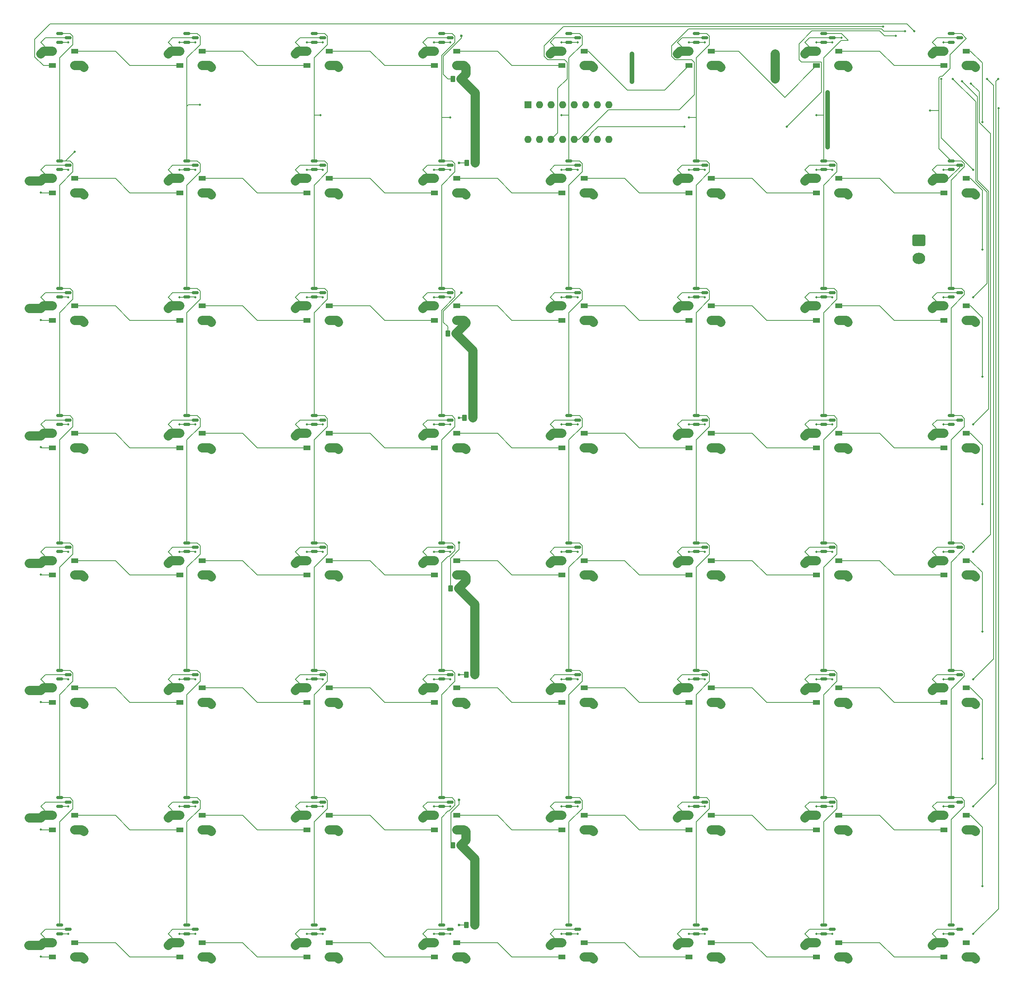
<source format=gtl>
G04 #@! TF.GenerationSoftware,KiCad,Pcbnew,8.0.7*
G04 #@! TF.CreationDate,2025-03-27T18:08:51-05:00*
G04 #@! TF.ProjectId,Chess_board2,43686573-735f-4626-9f61-7264322e6b69,rev?*
G04 #@! TF.SameCoordinates,Original*
G04 #@! TF.FileFunction,Copper,L1,Top*
G04 #@! TF.FilePolarity,Positive*
%FSLAX46Y46*%
G04 Gerber Fmt 4.6, Leading zero omitted, Abs format (unit mm)*
G04 Created by KiCad (PCBNEW 8.0.7) date 2025-03-27 18:08:51*
%MOMM*%
%LPD*%
G01*
G04 APERTURE LIST*
G04 Aperture macros list*
%AMRoundRect*
0 Rectangle with rounded corners*
0 $1 Rounding radius*
0 $2 $3 $4 $5 $6 $7 $8 $9 X,Y pos of 4 corners*
0 Add a 4 corners polygon primitive as box body*
4,1,4,$2,$3,$4,$5,$6,$7,$8,$9,$2,$3,0*
0 Add four circle primitives for the rounded corners*
1,1,$1+$1,$2,$3*
1,1,$1+$1,$4,$5*
1,1,$1+$1,$6,$7*
1,1,$1+$1,$8,$9*
0 Add four rect primitives between the rounded corners*
20,1,$1+$1,$2,$3,$4,$5,0*
20,1,$1+$1,$4,$5,$6,$7,0*
20,1,$1+$1,$6,$7,$8,$9,0*
20,1,$1+$1,$8,$9,$2,$3,0*%
G04 Aperture macros list end*
G04 #@! TA.AperFunction,SMDPad,CuDef*
%ADD10R,1.500000X1.000000*%
G04 #@! TD*
G04 #@! TA.AperFunction,ComponentPad*
%ADD11RoundRect,0.250000X-1.150000X0.980000X-1.150000X-0.980000X1.150000X-0.980000X1.150000X0.980000X0*%
G04 #@! TD*
G04 #@! TA.AperFunction,ComponentPad*
%ADD12O,2.800000X2.460000*%
G04 #@! TD*
G04 #@! TA.AperFunction,SMDPad,CuDef*
%ADD13RoundRect,0.150000X-0.587500X-0.150000X0.587500X-0.150000X0.587500X0.150000X-0.587500X0.150000X0*%
G04 #@! TD*
G04 #@! TA.AperFunction,SMDPad,CuDef*
%ADD14RoundRect,0.250000X-0.262500X-0.450000X0.262500X-0.450000X0.262500X0.450000X-0.262500X0.450000X0*%
G04 #@! TD*
G04 #@! TA.AperFunction,ComponentPad*
%ADD15R,1.600000X1.600000*%
G04 #@! TD*
G04 #@! TA.AperFunction,ComponentPad*
%ADD16O,1.600000X1.600000*%
G04 #@! TD*
G04 #@! TA.AperFunction,ViaPad*
%ADD17C,1.000000*%
G04 #@! TD*
G04 #@! TA.AperFunction,ViaPad*
%ADD18C,0.600000*%
G04 #@! TD*
G04 #@! TA.AperFunction,ViaPad*
%ADD19C,0.500000*%
G04 #@! TD*
G04 #@! TA.AperFunction,Conductor*
%ADD20C,2.000000*%
G04 #@! TD*
G04 #@! TA.AperFunction,Conductor*
%ADD21C,1.000000*%
G04 #@! TD*
G04 #@! TA.AperFunction,Conductor*
%ADD22C,0.200000*%
G04 #@! TD*
G04 APERTURE END LIST*
D10*
G04 #@! TO.P,D21,1,VSS*
G04 #@! TO.N,GND*
X433550000Y-127400000D03*
G04 #@! TO.P,D21,2,DIN*
G04 #@! TO.N,Net-(D20-DO)*
X433550000Y-130600000D03*
G04 #@! TO.P,D21,3,VDD*
G04 #@! TO.N,+5V*
X438450000Y-130600000D03*
G04 #@! TO.P,D21,4,DO*
G04 #@! TO.N,Net-(D21-DO)*
X438450000Y-127400000D03*
G04 #@! TD*
G04 #@! TO.P,D42,1,VSS*
G04 #@! TO.N,GND*
X349550000Y-211400000D03*
G04 #@! TO.P,D42,2,DIN*
G04 #@! TO.N,Net-(D41-DO)*
X349550000Y-214600000D03*
G04 #@! TO.P,D42,3,VDD*
G04 #@! TO.N,+5V*
X354450000Y-214600000D03*
G04 #@! TO.P,D42,4,DO*
G04 #@! TO.N,Net-(D42-DO)*
X354450000Y-211400000D03*
G04 #@! TD*
G04 #@! TO.P,D56,1,VSS*
G04 #@! TO.N,GND*
X517550000Y-239400000D03*
G04 #@! TO.P,D56,2,DIN*
G04 #@! TO.N,Net-(D55-DO)*
X517550000Y-242600000D03*
G04 #@! TO.P,D56,3,VDD*
G04 #@! TO.N,+5V*
X522450000Y-242600000D03*
G04 #@! TO.P,D56,4,DO*
G04 #@! TO.N,Net-(D56-DO)*
X522450000Y-239400000D03*
G04 #@! TD*
G04 #@! TO.P,D43,1,VSS*
G04 #@! TO.N,GND*
X377550000Y-211400000D03*
G04 #@! TO.P,D43,2,DIN*
G04 #@! TO.N,Net-(D42-DO)*
X377550000Y-214600000D03*
G04 #@! TO.P,D43,3,VDD*
G04 #@! TO.N,+5V*
X382450000Y-214600000D03*
G04 #@! TO.P,D43,4,DO*
G04 #@! TO.N,Net-(D43-DO)*
X382450000Y-211400000D03*
G04 #@! TD*
D11*
G04 #@! TO.P,J1,1,Pin_1*
G04 #@! TO.N,+5V*
X512050000Y-113020000D03*
D12*
G04 #@! TO.P,J1,2,Pin_2*
G04 #@! TO.N,GND*
X512050000Y-116980000D03*
G04 #@! TD*
D13*
G04 #@! TO.P,U12,1,VCC*
G04 #@! TO.N,Net-(U12-VCC)*
X407125000Y-95550000D03*
G04 #@! TO.P,U12,2,OUTPUT*
G04 #@! TO.N,Net-(A1-D7)*
X407125000Y-97450000D03*
G04 #@! TO.P,U12,3,GND*
G04 #@! TO.N,GND*
X409000000Y-96500000D03*
G04 #@! TD*
D10*
G04 #@! TO.P,D34,1,VSS*
G04 #@! TO.N,GND*
X349550000Y-183400000D03*
G04 #@! TO.P,D34,2,DIN*
G04 #@! TO.N,Net-(D33-DO)*
X349550000Y-186600000D03*
G04 #@! TO.P,D34,3,VDD*
G04 #@! TO.N,+5V*
X354450000Y-186600000D03*
G04 #@! TO.P,D34,4,DO*
G04 #@! TO.N,Net-(D34-DO)*
X354450000Y-183400000D03*
G04 #@! TD*
G04 #@! TO.P,D9,1,VSS*
G04 #@! TO.N,GND*
X321550000Y-99400000D03*
G04 #@! TO.P,D9,2,DIN*
G04 #@! TO.N,Net-(D8-DO)*
X321550000Y-102600000D03*
G04 #@! TO.P,D9,3,VDD*
G04 #@! TO.N,+5V*
X326450000Y-102600000D03*
G04 #@! TO.P,D9,4,DO*
G04 #@! TO.N,Net-(D10-DIN)*
X326450000Y-99400000D03*
G04 #@! TD*
D14*
G04 #@! TO.P,R7,1*
G04 #@! TO.N,Net-(A1-D12{slash}CIPO)*
X409587500Y-246000000D03*
G04 #@! TO.P,R7,2*
G04 #@! TO.N,+5V*
X411412500Y-246000000D03*
G04 #@! TD*
D10*
G04 #@! TO.P,D45,1,VSS*
G04 #@! TO.N,GND*
X433550000Y-211400000D03*
G04 #@! TO.P,D45,2,DIN*
G04 #@! TO.N,Net-(D44-DO)*
X433550000Y-214600000D03*
G04 #@! TO.P,D45,3,VDD*
G04 #@! TO.N,+5V*
X438450000Y-214600000D03*
G04 #@! TO.P,D45,4,DO*
G04 #@! TO.N,Net-(D45-DO)*
X438450000Y-211400000D03*
G04 #@! TD*
D13*
G04 #@! TO.P,U11,1,VCC*
G04 #@! TO.N,Net-(U11-VCC)*
X379125000Y-95550000D03*
G04 #@! TO.P,U11,2,OUTPUT*
G04 #@! TO.N,Net-(A1-D7)*
X379125000Y-97450000D03*
G04 #@! TO.P,U11,3,GND*
G04 #@! TO.N,GND*
X381000000Y-96500000D03*
G04 #@! TD*
D10*
G04 #@! TO.P,D1,1,VSS*
G04 #@! TO.N,GND*
X321550000Y-71400000D03*
G04 #@! TO.P,D1,2,DIN*
G04 #@! TO.N,Net-(A1-D5)*
X321550000Y-74600000D03*
G04 #@! TO.P,D1,3,VDD*
G04 #@! TO.N,+5V*
X326450000Y-74600000D03*
G04 #@! TO.P,D1,4,DO*
G04 #@! TO.N,Net-(D1-DO)*
X326450000Y-71400000D03*
G04 #@! TD*
D13*
G04 #@! TO.P,U64,1,VCC*
G04 #@! TO.N,Net-(U16-VCC)*
X519125000Y-263550000D03*
G04 #@! TO.P,U64,2,OUTPUT*
G04 #@! TO.N,Net-(A1-D13{slash}SCK)*
X519125000Y-265450000D03*
G04 #@! TO.P,U64,3,GND*
G04 #@! TO.N,GND*
X521000000Y-264500000D03*
G04 #@! TD*
D10*
G04 #@! TO.P,D32,1,VSS*
G04 #@! TO.N,GND*
X517550000Y-155400000D03*
G04 #@! TO.P,D32,2,DIN*
G04 #@! TO.N,Net-(D31-DO)*
X517550000Y-158600000D03*
G04 #@! TO.P,D32,3,VDD*
G04 #@! TO.N,+5V*
X522450000Y-158600000D03*
G04 #@! TO.P,D32,4,DO*
G04 #@! TO.N,Net-(D32-DO)*
X522450000Y-155400000D03*
G04 #@! TD*
D13*
G04 #@! TO.P,U26,1,VCC*
G04 #@! TO.N,Net-(U10-VCC)*
X351125000Y-151550000D03*
G04 #@! TO.P,U26,2,OUTPUT*
G04 #@! TO.N,Net-(A1-D9)*
X351125000Y-153450000D03*
G04 #@! TO.P,U26,3,GND*
G04 #@! TO.N,GND*
X353000000Y-152500000D03*
G04 #@! TD*
G04 #@! TO.P,U51,1,VCC*
G04 #@! TO.N,Net-(U11-VCC)*
X379125000Y-235550000D03*
G04 #@! TO.P,U51,2,OUTPUT*
G04 #@! TO.N,Net-(A1-D12{slash}CIPO)*
X379125000Y-237450000D03*
G04 #@! TO.P,U51,3,GND*
G04 #@! TO.N,GND*
X381000000Y-236500000D03*
G04 #@! TD*
D10*
G04 #@! TO.P,D3,1,VSS*
G04 #@! TO.N,GND*
X377550000Y-71400000D03*
G04 #@! TO.P,D3,2,DIN*
G04 #@! TO.N,Net-(D2-DO)*
X377550000Y-74600000D03*
G04 #@! TO.P,D3,3,VDD*
G04 #@! TO.N,+5V*
X382450000Y-74600000D03*
G04 #@! TO.P,D3,4,DO*
G04 #@! TO.N,Net-(D3-DO)*
X382450000Y-71400000D03*
G04 #@! TD*
G04 #@! TO.P,D24,1,VSS*
G04 #@! TO.N,GND*
X517550000Y-127400000D03*
G04 #@! TO.P,D24,2,DIN*
G04 #@! TO.N,Net-(D23-DO)*
X517550000Y-130600000D03*
G04 #@! TO.P,D24,3,VDD*
G04 #@! TO.N,+5V*
X522450000Y-130600000D03*
G04 #@! TO.P,D24,4,DO*
G04 #@! TO.N,Net-(D24-DO)*
X522450000Y-127400000D03*
G04 #@! TD*
G04 #@! TO.P,D46,1,VSS*
G04 #@! TO.N,GND*
X461550000Y-211400000D03*
G04 #@! TO.P,D46,2,DIN*
G04 #@! TO.N,Net-(D45-DO)*
X461550000Y-214600000D03*
G04 #@! TO.P,D46,3,VDD*
G04 #@! TO.N,+5V*
X466450000Y-214600000D03*
G04 #@! TO.P,D46,4,DO*
G04 #@! TO.N,Net-(D46-DO)*
X466450000Y-211400000D03*
G04 #@! TD*
G04 #@! TO.P,D61,1,VSS*
G04 #@! TO.N,GND*
X433550000Y-267400000D03*
G04 #@! TO.P,D61,2,DIN*
G04 #@! TO.N,Net-(D60-DO)*
X433550000Y-270600000D03*
G04 #@! TO.P,D61,3,VDD*
G04 #@! TO.N,+5V*
X438450000Y-270600000D03*
G04 #@! TO.P,D61,4,DO*
G04 #@! TO.N,Net-(D61-DO)*
X438450000Y-267400000D03*
G04 #@! TD*
D13*
G04 #@! TO.P,U48,1,VCC*
G04 #@! TO.N,Net-(U16-VCC)*
X519125000Y-207550000D03*
G04 #@! TO.P,U48,2,OUTPUT*
G04 #@! TO.N,Net-(A1-D11{slash}COPI)*
X519125000Y-209450000D03*
G04 #@! TO.P,U48,3,GND*
G04 #@! TO.N,GND*
X521000000Y-208500000D03*
G04 #@! TD*
G04 #@! TO.P,U45,1,VCC*
G04 #@! TO.N,Net-(U13-VCC)*
X435125000Y-207550000D03*
G04 #@! TO.P,U45,2,OUTPUT*
G04 #@! TO.N,Net-(A1-D11{slash}COPI)*
X435125000Y-209450000D03*
G04 #@! TO.P,U45,3,GND*
G04 #@! TO.N,GND*
X437000000Y-208500000D03*
G04 #@! TD*
D10*
G04 #@! TO.P,D55,1,VSS*
G04 #@! TO.N,GND*
X489550000Y-239400000D03*
G04 #@! TO.P,D55,2,DIN*
G04 #@! TO.N,Net-(D54-DO)*
X489550000Y-242600000D03*
G04 #@! TO.P,D55,3,VDD*
G04 #@! TO.N,+5V*
X494450000Y-242600000D03*
G04 #@! TO.P,D55,4,DO*
G04 #@! TO.N,Net-(D55-DO)*
X494450000Y-239400000D03*
G04 #@! TD*
D13*
G04 #@! TO.P,U62,1,VCC*
G04 #@! TO.N,Net-(U14-VCC)*
X463125000Y-263550000D03*
G04 #@! TO.P,U62,2,OUTPUT*
G04 #@! TO.N,Net-(A1-D13{slash}SCK)*
X463125000Y-265450000D03*
G04 #@! TO.P,U62,3,GND*
G04 #@! TO.N,GND*
X465000000Y-264500000D03*
G04 #@! TD*
G04 #@! TO.P,U16,1,VCC*
G04 #@! TO.N,Net-(U16-VCC)*
X519125000Y-95550000D03*
G04 #@! TO.P,U16,2,OUTPUT*
G04 #@! TO.N,Net-(A1-D7)*
X519125000Y-97450000D03*
G04 #@! TO.P,U16,3,GND*
G04 #@! TO.N,GND*
X521000000Y-96500000D03*
G04 #@! TD*
D14*
G04 #@! TO.P,R6,1*
G04 #@! TO.N,Net-(A1-D11{slash}COPI)*
X412587500Y-208500000D03*
G04 #@! TO.P,R6,2*
G04 #@! TO.N,+5V*
X414412500Y-208500000D03*
G04 #@! TD*
D10*
G04 #@! TO.P,D30,1,VSS*
G04 #@! TO.N,GND*
X461550000Y-155400000D03*
G04 #@! TO.P,D30,2,DIN*
G04 #@! TO.N,Net-(D29-DO)*
X461550000Y-158600000D03*
G04 #@! TO.P,D30,3,VDD*
G04 #@! TO.N,+5V*
X466450000Y-158600000D03*
G04 #@! TO.P,D30,4,DO*
G04 #@! TO.N,Net-(D30-DO)*
X466450000Y-155400000D03*
G04 #@! TD*
G04 #@! TO.P,D26,1,VSS*
G04 #@! TO.N,GND*
X349550000Y-155400000D03*
G04 #@! TO.P,D26,2,DIN*
G04 #@! TO.N,Net-(D25-DO)*
X349550000Y-158600000D03*
G04 #@! TO.P,D26,3,VDD*
G04 #@! TO.N,+5V*
X354450000Y-158600000D03*
G04 #@! TO.P,D26,4,DO*
G04 #@! TO.N,Net-(D26-DO)*
X354450000Y-155400000D03*
G04 #@! TD*
G04 #@! TO.P,D50,1,VSS*
G04 #@! TO.N,GND*
X349550000Y-239400000D03*
G04 #@! TO.P,D50,2,DIN*
G04 #@! TO.N,Net-(D49-DO)*
X349550000Y-242600000D03*
G04 #@! TO.P,D50,3,VDD*
G04 #@! TO.N,+5V*
X354450000Y-242600000D03*
G04 #@! TO.P,D50,4,DO*
G04 #@! TO.N,Net-(D50-DO)*
X354450000Y-239400000D03*
G04 #@! TD*
D14*
G04 #@! TO.P,R8,1*
G04 #@! TO.N,Net-(A1-D13{slash}SCK)*
X412587500Y-263500000D03*
G04 #@! TO.P,R8,2*
G04 #@! TO.N,+5V*
X414412500Y-263500000D03*
G04 #@! TD*
D10*
G04 #@! TO.P,D16,1,VSS*
G04 #@! TO.N,GND*
X517550000Y-99400000D03*
G04 #@! TO.P,D16,2,DIN*
G04 #@! TO.N,Net-(D15-DO)*
X517550000Y-102600000D03*
G04 #@! TO.P,D16,3,VDD*
G04 #@! TO.N,+5V*
X522450000Y-102600000D03*
G04 #@! TO.P,D16,4,DO*
G04 #@! TO.N,Net-(D16-DO)*
X522450000Y-99400000D03*
G04 #@! TD*
D13*
G04 #@! TO.P,U29,1,VCC*
G04 #@! TO.N,Net-(U13-VCC)*
X435125000Y-151550000D03*
G04 #@! TO.P,U29,2,OUTPUT*
G04 #@! TO.N,Net-(A1-D9)*
X435125000Y-153450000D03*
G04 #@! TO.P,U29,3,GND*
G04 #@! TO.N,GND*
X437000000Y-152500000D03*
G04 #@! TD*
G04 #@! TO.P,U22,1,VCC*
G04 #@! TO.N,Net-(U14-VCC)*
X463125000Y-123550000D03*
G04 #@! TO.P,U22,2,OUTPUT*
G04 #@! TO.N,Net-(A1-D8)*
X463125000Y-125450000D03*
G04 #@! TO.P,U22,3,GND*
G04 #@! TO.N,GND*
X465000000Y-124500000D03*
G04 #@! TD*
G04 #@! TO.P,U42,1,VCC*
G04 #@! TO.N,Net-(U10-VCC)*
X351125000Y-207550000D03*
G04 #@! TO.P,U42,2,OUTPUT*
G04 #@! TO.N,Net-(A1-D11{slash}COPI)*
X351125000Y-209450000D03*
G04 #@! TO.P,U42,3,GND*
G04 #@! TO.N,GND*
X353000000Y-208500000D03*
G04 #@! TD*
D10*
G04 #@! TO.P,D17,1,VSS*
G04 #@! TO.N,GND*
X321550000Y-127400000D03*
G04 #@! TO.P,D17,2,DIN*
G04 #@! TO.N,Net-(D16-DO)*
X321550000Y-130600000D03*
G04 #@! TO.P,D17,3,VDD*
G04 #@! TO.N,+5V*
X326450000Y-130600000D03*
G04 #@! TO.P,D17,4,DO*
G04 #@! TO.N,Net-(D17-DO)*
X326450000Y-127400000D03*
G04 #@! TD*
D13*
G04 #@! TO.P,U50,1,VCC*
G04 #@! TO.N,Net-(U10-VCC)*
X351125000Y-235550000D03*
G04 #@! TO.P,U50,2,OUTPUT*
G04 #@! TO.N,Net-(A1-D12{slash}CIPO)*
X351125000Y-237450000D03*
G04 #@! TO.P,U50,3,GND*
G04 #@! TO.N,GND*
X353000000Y-236500000D03*
G04 #@! TD*
D10*
G04 #@! TO.P,D14,1,VSS*
G04 #@! TO.N,GND*
X461550000Y-99400000D03*
G04 #@! TO.P,D14,2,DIN*
G04 #@! TO.N,Net-(D13-DO)*
X461550000Y-102600000D03*
G04 #@! TO.P,D14,3,VDD*
G04 #@! TO.N,+5V*
X466450000Y-102600000D03*
G04 #@! TO.P,D14,4,DO*
G04 #@! TO.N,Net-(D14-DO)*
X466450000Y-99400000D03*
G04 #@! TD*
G04 #@! TO.P,D5,1,VSS*
G04 #@! TO.N,GND*
X433550000Y-71400000D03*
G04 #@! TO.P,D5,2,DIN*
G04 #@! TO.N,Net-(D4-DO)*
X433550000Y-74600000D03*
G04 #@! TO.P,D5,3,VDD*
G04 #@! TO.N,+5V*
X438450000Y-74600000D03*
G04 #@! TO.P,D5,4,DO*
G04 #@! TO.N,Net-(D5-DO)*
X438450000Y-71400000D03*
G04 #@! TD*
G04 #@! TO.P,D27,1,VSS*
G04 #@! TO.N,GND*
X377550000Y-155400000D03*
G04 #@! TO.P,D27,2,DIN*
G04 #@! TO.N,Net-(D26-DO)*
X377550000Y-158600000D03*
G04 #@! TO.P,D27,3,VDD*
G04 #@! TO.N,+5V*
X382450000Y-158600000D03*
G04 #@! TO.P,D27,4,DO*
G04 #@! TO.N,Net-(D27-DO)*
X382450000Y-155400000D03*
G04 #@! TD*
D13*
G04 #@! TO.P,U24,1,VCC*
G04 #@! TO.N,Net-(U16-VCC)*
X519125000Y-123550000D03*
G04 #@! TO.P,U24,2,OUTPUT*
G04 #@! TO.N,Net-(A1-D8)*
X519125000Y-125450000D03*
G04 #@! TO.P,U24,3,GND*
G04 #@! TO.N,GND*
X521000000Y-124500000D03*
G04 #@! TD*
G04 #@! TO.P,U28,1,VCC*
G04 #@! TO.N,Net-(U12-VCC)*
X407125000Y-151550000D03*
G04 #@! TO.P,U28,2,OUTPUT*
G04 #@! TO.N,Net-(A1-D9)*
X407125000Y-153450000D03*
G04 #@! TO.P,U28,3,GND*
G04 #@! TO.N,GND*
X409000000Y-152500000D03*
G04 #@! TD*
D10*
G04 #@! TO.P,D18,1,VSS*
G04 #@! TO.N,GND*
X349550000Y-127400000D03*
G04 #@! TO.P,D18,2,DIN*
G04 #@! TO.N,Net-(D17-DO)*
X349550000Y-130600000D03*
G04 #@! TO.P,D18,3,VDD*
G04 #@! TO.N,+5V*
X354450000Y-130600000D03*
G04 #@! TO.P,D18,4,DO*
G04 #@! TO.N,Net-(D18-DO)*
X354450000Y-127400000D03*
G04 #@! TD*
G04 #@! TO.P,D49,1,VSS*
G04 #@! TO.N,GND*
X321550000Y-239400000D03*
G04 #@! TO.P,D49,2,DIN*
G04 #@! TO.N,Net-(D48-DO)*
X321550000Y-242600000D03*
G04 #@! TO.P,D49,3,VDD*
G04 #@! TO.N,+5V*
X326450000Y-242600000D03*
G04 #@! TO.P,D49,4,DO*
G04 #@! TO.N,Net-(D49-DO)*
X326450000Y-239400000D03*
G04 #@! TD*
G04 #@! TO.P,D31,1,VSS*
G04 #@! TO.N,GND*
X489550000Y-155400000D03*
G04 #@! TO.P,D31,2,DIN*
G04 #@! TO.N,Net-(D30-DO)*
X489550000Y-158600000D03*
G04 #@! TO.P,D31,3,VDD*
G04 #@! TO.N,+5V*
X494450000Y-158600000D03*
G04 #@! TO.P,D31,4,DO*
G04 #@! TO.N,Net-(D31-DO)*
X494450000Y-155400000D03*
G04 #@! TD*
D13*
G04 #@! TO.P,U21,1,VCC*
G04 #@! TO.N,Net-(U13-VCC)*
X435125000Y-123550000D03*
G04 #@! TO.P,U21,2,OUTPUT*
G04 #@! TO.N,Net-(A1-D8)*
X435125000Y-125450000D03*
G04 #@! TO.P,U21,3,GND*
G04 #@! TO.N,GND*
X437000000Y-124500000D03*
G04 #@! TD*
G04 #@! TO.P,U23,1,VCC*
G04 #@! TO.N,Net-(U15-VCC)*
X491125000Y-123550000D03*
G04 #@! TO.P,U23,2,OUTPUT*
G04 #@! TO.N,Net-(A1-D8)*
X491125000Y-125450000D03*
G04 #@! TO.P,U23,3,GND*
G04 #@! TO.N,GND*
X493000000Y-124500000D03*
G04 #@! TD*
G04 #@! TO.P,U31,1,VCC*
G04 #@! TO.N,Net-(U15-VCC)*
X491125000Y-151550000D03*
G04 #@! TO.P,U31,2,OUTPUT*
G04 #@! TO.N,Net-(A1-D9)*
X491125000Y-153450000D03*
G04 #@! TO.P,U31,3,GND*
G04 #@! TO.N,GND*
X493000000Y-152500000D03*
G04 #@! TD*
G04 #@! TO.P,U10,1,VCC*
G04 #@! TO.N,Net-(U10-VCC)*
X351125000Y-95550000D03*
G04 #@! TO.P,U10,2,OUTPUT*
G04 #@! TO.N,Net-(A1-D7)*
X351125000Y-97450000D03*
G04 #@! TO.P,U10,3,GND*
G04 #@! TO.N,GND*
X353000000Y-96500000D03*
G04 #@! TD*
D14*
G04 #@! TO.P,R1,1*
G04 #@! TO.N,Net-(A1-D6)*
X409587500Y-77500000D03*
G04 #@! TO.P,R1,2*
G04 #@! TO.N,+5V*
X411412500Y-77500000D03*
G04 #@! TD*
D10*
G04 #@! TO.P,D15,1,VSS*
G04 #@! TO.N,GND*
X489550000Y-99400000D03*
G04 #@! TO.P,D15,2,DIN*
G04 #@! TO.N,Net-(D14-DO)*
X489550000Y-102600000D03*
G04 #@! TO.P,D15,3,VDD*
G04 #@! TO.N,+5V*
X494450000Y-102600000D03*
G04 #@! TO.P,D15,4,DO*
G04 #@! TO.N,Net-(D15-DO)*
X494450000Y-99400000D03*
G04 #@! TD*
D13*
G04 #@! TO.P,U20,1,VCC*
G04 #@! TO.N,Net-(U12-VCC)*
X407125000Y-123550000D03*
G04 #@! TO.P,U20,2,OUTPUT*
G04 #@! TO.N,Net-(A1-D8)*
X407125000Y-125450000D03*
G04 #@! TO.P,U20,3,GND*
G04 #@! TO.N,GND*
X409000000Y-124500000D03*
G04 #@! TD*
D10*
G04 #@! TO.P,D54,1,VSS*
G04 #@! TO.N,GND*
X461550000Y-239400000D03*
G04 #@! TO.P,D54,2,DIN*
G04 #@! TO.N,Net-(D53-DO)*
X461550000Y-242600000D03*
G04 #@! TO.P,D54,3,VDD*
G04 #@! TO.N,+5V*
X466450000Y-242600000D03*
G04 #@! TO.P,D54,4,DO*
G04 #@! TO.N,Net-(D54-DO)*
X466450000Y-239400000D03*
G04 #@! TD*
D13*
G04 #@! TO.P,U34,1,VCC*
G04 #@! TO.N,Net-(U10-VCC)*
X351125000Y-179550000D03*
G04 #@! TO.P,U34,2,OUTPUT*
G04 #@! TO.N,Net-(A1-D10{slash}CS)*
X351125000Y-181450000D03*
G04 #@! TO.P,U34,3,GND*
G04 #@! TO.N,GND*
X353000000Y-180500000D03*
G04 #@! TD*
G04 #@! TO.P,U38,1,VCC*
G04 #@! TO.N,Net-(U14-VCC)*
X463125000Y-179550000D03*
G04 #@! TO.P,U38,2,OUTPUT*
G04 #@! TO.N,Net-(A1-D10{slash}CS)*
X463125000Y-181450000D03*
G04 #@! TO.P,U38,3,GND*
G04 #@! TO.N,GND*
X465000000Y-180500000D03*
G04 #@! TD*
G04 #@! TO.P,U55,1,VCC*
G04 #@! TO.N,Net-(U15-VCC)*
X491125000Y-235550000D03*
G04 #@! TO.P,U55,2,OUTPUT*
G04 #@! TO.N,Net-(A1-D12{slash}CIPO)*
X491125000Y-237450000D03*
G04 #@! TO.P,U55,3,GND*
G04 #@! TO.N,GND*
X493000000Y-236500000D03*
G04 #@! TD*
D10*
G04 #@! TO.P,D37,1,VSS*
G04 #@! TO.N,GND*
X433550000Y-183400000D03*
G04 #@! TO.P,D37,2,DIN*
G04 #@! TO.N,Net-(D36-DO)*
X433550000Y-186600000D03*
G04 #@! TO.P,D37,3,VDD*
G04 #@! TO.N,+5V*
X438450000Y-186600000D03*
G04 #@! TO.P,D37,4,DO*
G04 #@! TO.N,Net-(D37-DO)*
X438450000Y-183400000D03*
G04 #@! TD*
D13*
G04 #@! TO.P,U4,1,VCC*
G04 #@! TO.N,Net-(U12-VCC)*
X407125000Y-67550000D03*
G04 #@! TO.P,U4,2,OUTPUT*
G04 #@! TO.N,Net-(A1-D6)*
X407125000Y-69450000D03*
G04 #@! TO.P,U4,3,GND*
G04 #@! TO.N,GND*
X409000000Y-68500000D03*
G04 #@! TD*
D10*
G04 #@! TO.P,D48,1,VSS*
G04 #@! TO.N,GND*
X517550000Y-211400000D03*
G04 #@! TO.P,D48,2,DIN*
G04 #@! TO.N,Net-(D47-DO)*
X517550000Y-214600000D03*
G04 #@! TO.P,D48,3,VDD*
G04 #@! TO.N,+5V*
X522450000Y-214600000D03*
G04 #@! TO.P,D48,4,DO*
G04 #@! TO.N,Net-(D48-DO)*
X522450000Y-211400000D03*
G04 #@! TD*
D13*
G04 #@! TO.P,U36,1,VCC*
G04 #@! TO.N,Net-(U12-VCC)*
X407125000Y-179550000D03*
G04 #@! TO.P,U36,2,OUTPUT*
G04 #@! TO.N,Net-(A1-D10{slash}CS)*
X407125000Y-181450000D03*
G04 #@! TO.P,U36,3,GND*
G04 #@! TO.N,GND*
X409000000Y-180500000D03*
G04 #@! TD*
G04 #@! TO.P,U49,1,VCC*
G04 #@! TO.N,Net-(U1-VCC)*
X323125000Y-235550000D03*
G04 #@! TO.P,U49,2,OUTPUT*
G04 #@! TO.N,Net-(A1-D12{slash}CIPO)*
X323125000Y-237450000D03*
G04 #@! TO.P,U49,3,GND*
G04 #@! TO.N,GND*
X325000000Y-236500000D03*
G04 #@! TD*
G04 #@! TO.P,U14,1,VCC*
G04 #@! TO.N,Net-(U14-VCC)*
X463125000Y-95550000D03*
G04 #@! TO.P,U14,2,OUTPUT*
G04 #@! TO.N,Net-(A1-D7)*
X463125000Y-97450000D03*
G04 #@! TO.P,U14,3,GND*
G04 #@! TO.N,GND*
X465000000Y-96500000D03*
G04 #@! TD*
G04 #@! TO.P,U35,1,VCC*
G04 #@! TO.N,Net-(U11-VCC)*
X379125000Y-179550000D03*
G04 #@! TO.P,U35,2,OUTPUT*
G04 #@! TO.N,Net-(A1-D10{slash}CS)*
X379125000Y-181450000D03*
G04 #@! TO.P,U35,3,GND*
G04 #@! TO.N,GND*
X381000000Y-180500000D03*
G04 #@! TD*
G04 #@! TO.P,U39,1,VCC*
G04 #@! TO.N,Net-(U15-VCC)*
X491125000Y-179550000D03*
G04 #@! TO.P,U39,2,OUTPUT*
G04 #@! TO.N,Net-(A1-D10{slash}CS)*
X491125000Y-181450000D03*
G04 #@! TO.P,U39,3,GND*
G04 #@! TO.N,GND*
X493000000Y-180500000D03*
G04 #@! TD*
G04 #@! TO.P,U60,1,VCC*
G04 #@! TO.N,Net-(U12-VCC)*
X407125000Y-263550000D03*
G04 #@! TO.P,U60,2,OUTPUT*
G04 #@! TO.N,Net-(A1-D13{slash}SCK)*
X407125000Y-265450000D03*
G04 #@! TO.P,U60,3,GND*
G04 #@! TO.N,GND*
X409000000Y-264500000D03*
G04 #@! TD*
G04 #@! TO.P,U57,1,VCC*
G04 #@! TO.N,Net-(U1-VCC)*
X323125000Y-263550000D03*
G04 #@! TO.P,U57,2,OUTPUT*
G04 #@! TO.N,Net-(A1-D13{slash}SCK)*
X323125000Y-265450000D03*
G04 #@! TO.P,U57,3,GND*
G04 #@! TO.N,GND*
X325000000Y-264500000D03*
G04 #@! TD*
D10*
G04 #@! TO.P,D8,1,VSS*
G04 #@! TO.N,GND*
X517550000Y-71400000D03*
G04 #@! TO.P,D8,2,DIN*
G04 #@! TO.N,Net-(D7-DO)*
X517550000Y-74600000D03*
G04 #@! TO.P,D8,3,VDD*
G04 #@! TO.N,+5V*
X522450000Y-74600000D03*
G04 #@! TO.P,D8,4,DO*
G04 #@! TO.N,Net-(D8-DO)*
X522450000Y-71400000D03*
G04 #@! TD*
G04 #@! TO.P,D12,1,VSS*
G04 #@! TO.N,GND*
X405550000Y-99400000D03*
G04 #@! TO.P,D12,2,DIN*
G04 #@! TO.N,Net-(D11-DO)*
X405550000Y-102600000D03*
G04 #@! TO.P,D12,3,VDD*
G04 #@! TO.N,+5V*
X410450000Y-102600000D03*
G04 #@! TO.P,D12,4,DO*
G04 #@! TO.N,Net-(D12-DO)*
X410450000Y-99400000D03*
G04 #@! TD*
D14*
G04 #@! TO.P,R2,1*
G04 #@! TO.N,Net-(A1-D7)*
X412675000Y-96000000D03*
G04 #@! TO.P,R2,2*
G04 #@! TO.N,+5V*
X414500000Y-96000000D03*
G04 #@! TD*
D13*
G04 #@! TO.P,U56,1,VCC*
G04 #@! TO.N,Net-(U16-VCC)*
X519125000Y-235550000D03*
G04 #@! TO.P,U56,2,OUTPUT*
G04 #@! TO.N,Net-(A1-D12{slash}CIPO)*
X519125000Y-237450000D03*
G04 #@! TO.P,U56,3,GND*
G04 #@! TO.N,GND*
X521000000Y-236500000D03*
G04 #@! TD*
D10*
G04 #@! TO.P,D60,1,VSS*
G04 #@! TO.N,GND*
X405550000Y-267400000D03*
G04 #@! TO.P,D60,2,DIN*
G04 #@! TO.N,Net-(D59-DO)*
X405550000Y-270600000D03*
G04 #@! TO.P,D60,3,VDD*
G04 #@! TO.N,+5V*
X410450000Y-270600000D03*
G04 #@! TO.P,D60,4,DO*
G04 #@! TO.N,Net-(D60-DO)*
X410450000Y-267400000D03*
G04 #@! TD*
D14*
G04 #@! TO.P,R4,1*
G04 #@! TO.N,Net-(A1-D9)*
X412175000Y-152000000D03*
G04 #@! TO.P,R4,2*
G04 #@! TO.N,+5V*
X414000000Y-152000000D03*
G04 #@! TD*
D13*
G04 #@! TO.P,U44,1,VCC*
G04 #@! TO.N,Net-(U12-VCC)*
X407125000Y-207550000D03*
G04 #@! TO.P,U44,2,OUTPUT*
G04 #@! TO.N,Net-(A1-D11{slash}COPI)*
X407125000Y-209450000D03*
G04 #@! TO.P,U44,3,GND*
G04 #@! TO.N,GND*
X409000000Y-208500000D03*
G04 #@! TD*
G04 #@! TO.P,U30,1,VCC*
G04 #@! TO.N,Net-(U14-VCC)*
X463125000Y-151550000D03*
G04 #@! TO.P,U30,2,OUTPUT*
G04 #@! TO.N,Net-(A1-D9)*
X463125000Y-153450000D03*
G04 #@! TO.P,U30,3,GND*
G04 #@! TO.N,GND*
X465000000Y-152500000D03*
G04 #@! TD*
G04 #@! TO.P,U27,1,VCC*
G04 #@! TO.N,Net-(U11-VCC)*
X379125000Y-151550000D03*
G04 #@! TO.P,U27,2,OUTPUT*
G04 #@! TO.N,Net-(A1-D9)*
X379125000Y-153450000D03*
G04 #@! TO.P,U27,3,GND*
G04 #@! TO.N,GND*
X381000000Y-152500000D03*
G04 #@! TD*
G04 #@! TO.P,U8,1,VCC*
G04 #@! TO.N,Net-(U16-VCC)*
X519125000Y-67550000D03*
G04 #@! TO.P,U8,2,OUTPUT*
G04 #@! TO.N,Net-(A1-D6)*
X519125000Y-69450000D03*
G04 #@! TO.P,U8,3,GND*
G04 #@! TO.N,GND*
X521000000Y-68500000D03*
G04 #@! TD*
D10*
G04 #@! TO.P,D6,1,VSS*
G04 #@! TO.N,GND*
X461550000Y-71400000D03*
G04 #@! TO.P,D6,2,DIN*
G04 #@! TO.N,Net-(D5-DO)*
X461550000Y-74600000D03*
G04 #@! TO.P,D6,3,VDD*
G04 #@! TO.N,+5V*
X466450000Y-74600000D03*
G04 #@! TO.P,D6,4,DO*
G04 #@! TO.N,Net-(D6-DO)*
X466450000Y-71400000D03*
G04 #@! TD*
D13*
G04 #@! TO.P,U25,1,VCC*
G04 #@! TO.N,Net-(U1-VCC)*
X323125000Y-151550000D03*
G04 #@! TO.P,U25,2,OUTPUT*
G04 #@! TO.N,Net-(A1-D9)*
X323125000Y-153450000D03*
G04 #@! TO.P,U25,3,GND*
G04 #@! TO.N,GND*
X325000000Y-152500000D03*
G04 #@! TD*
D10*
G04 #@! TO.P,D40,1,VSS*
G04 #@! TO.N,GND*
X517550000Y-183400000D03*
G04 #@! TO.P,D40,2,DIN*
G04 #@! TO.N,Net-(D39-DO)*
X517550000Y-186600000D03*
G04 #@! TO.P,D40,3,VDD*
G04 #@! TO.N,+5V*
X522450000Y-186600000D03*
G04 #@! TO.P,D40,4,DO*
G04 #@! TO.N,Net-(D40-DO)*
X522450000Y-183400000D03*
G04 #@! TD*
G04 #@! TO.P,D35,1,VSS*
G04 #@! TO.N,GND*
X377550000Y-183400000D03*
G04 #@! TO.P,D35,2,DIN*
G04 #@! TO.N,Net-(D34-DO)*
X377550000Y-186600000D03*
G04 #@! TO.P,D35,3,VDD*
G04 #@! TO.N,+5V*
X382450000Y-186600000D03*
G04 #@! TO.P,D35,4,DO*
G04 #@! TO.N,Net-(D35-DO)*
X382450000Y-183400000D03*
G04 #@! TD*
G04 #@! TO.P,D52,1,VSS*
G04 #@! TO.N,GND*
X405550000Y-239400000D03*
G04 #@! TO.P,D52,2,DIN*
G04 #@! TO.N,Net-(D51-DO)*
X405550000Y-242600000D03*
G04 #@! TO.P,D52,3,VDD*
G04 #@! TO.N,+5V*
X410450000Y-242600000D03*
G04 #@! TO.P,D52,4,DO*
G04 #@! TO.N,Net-(D52-DO)*
X410450000Y-239400000D03*
G04 #@! TD*
G04 #@! TO.P,D20,1,VSS*
G04 #@! TO.N,GND*
X405550000Y-127400000D03*
G04 #@! TO.P,D20,2,DIN*
G04 #@! TO.N,Net-(D19-DO)*
X405550000Y-130600000D03*
G04 #@! TO.P,D20,3,VDD*
G04 #@! TO.N,+5V*
X410450000Y-130600000D03*
G04 #@! TO.P,D20,4,DO*
G04 #@! TO.N,Net-(D20-DO)*
X410450000Y-127400000D03*
G04 #@! TD*
G04 #@! TO.P,D23,1,VSS*
G04 #@! TO.N,GND*
X489550000Y-127400000D03*
G04 #@! TO.P,D23,2,DIN*
G04 #@! TO.N,Net-(D22-DO)*
X489550000Y-130600000D03*
G04 #@! TO.P,D23,3,VDD*
G04 #@! TO.N,+5V*
X494450000Y-130600000D03*
G04 #@! TO.P,D23,4,DO*
G04 #@! TO.N,Net-(D23-DO)*
X494450000Y-127400000D03*
G04 #@! TD*
G04 #@! TO.P,D25,1,VSS*
G04 #@! TO.N,GND*
X321550000Y-155400000D03*
G04 #@! TO.P,D25,2,DIN*
G04 #@! TO.N,Net-(D24-DO)*
X321550000Y-158600000D03*
G04 #@! TO.P,D25,3,VDD*
G04 #@! TO.N,+5V*
X326450000Y-158600000D03*
G04 #@! TO.P,D25,4,DO*
G04 #@! TO.N,Net-(D25-DO)*
X326450000Y-155400000D03*
G04 #@! TD*
D13*
G04 #@! TO.P,U19,1,VCC*
G04 #@! TO.N,Net-(U11-VCC)*
X379125000Y-123550000D03*
G04 #@! TO.P,U19,2,OUTPUT*
G04 #@! TO.N,Net-(A1-D8)*
X379125000Y-125450000D03*
G04 #@! TO.P,U19,3,GND*
G04 #@! TO.N,GND*
X381000000Y-124500000D03*
G04 #@! TD*
D10*
G04 #@! TO.P,D36,1,VSS*
G04 #@! TO.N,GND*
X405550000Y-183400000D03*
G04 #@! TO.P,D36,2,DIN*
G04 #@! TO.N,Net-(D35-DO)*
X405550000Y-186600000D03*
G04 #@! TO.P,D36,3,VDD*
G04 #@! TO.N,+5V*
X410450000Y-186600000D03*
G04 #@! TO.P,D36,4,DO*
G04 #@! TO.N,Net-(D36-DO)*
X410450000Y-183400000D03*
G04 #@! TD*
G04 #@! TO.P,D2,1,VSS*
G04 #@! TO.N,GND*
X349550000Y-71400000D03*
G04 #@! TO.P,D2,2,DIN*
G04 #@! TO.N,Net-(D1-DO)*
X349550000Y-74600000D03*
G04 #@! TO.P,D2,3,VDD*
G04 #@! TO.N,+5V*
X354450000Y-74600000D03*
G04 #@! TO.P,D2,4,DO*
G04 #@! TO.N,Net-(D2-DO)*
X354450000Y-71400000D03*
G04 #@! TD*
G04 #@! TO.P,D64,1,VSS*
G04 #@! TO.N,GND*
X517550000Y-267400000D03*
G04 #@! TO.P,D64,2,DIN*
G04 #@! TO.N,Net-(D63-DO)*
X517550000Y-270600000D03*
G04 #@! TO.P,D64,3,VDD*
G04 #@! TO.N,+5V*
X522450000Y-270600000D03*
G04 #@! TO.P,D64,4,DO*
G04 #@! TO.N,unconnected-(D64-DO-Pad4)*
X522450000Y-267400000D03*
G04 #@! TD*
D13*
G04 #@! TO.P,U32,1,VCC*
G04 #@! TO.N,Net-(U16-VCC)*
X519125000Y-151550000D03*
G04 #@! TO.P,U32,2,OUTPUT*
G04 #@! TO.N,Net-(A1-D9)*
X519125000Y-153450000D03*
G04 #@! TO.P,U32,3,GND*
G04 #@! TO.N,GND*
X521000000Y-152500000D03*
G04 #@! TD*
G04 #@! TO.P,U46,1,VCC*
G04 #@! TO.N,Net-(U14-VCC)*
X463125000Y-207550000D03*
G04 #@! TO.P,U46,2,OUTPUT*
G04 #@! TO.N,Net-(A1-D11{slash}COPI)*
X463125000Y-209450000D03*
G04 #@! TO.P,U46,3,GND*
G04 #@! TO.N,GND*
X465000000Y-208500000D03*
G04 #@! TD*
D10*
G04 #@! TO.P,D63,1,VSS*
G04 #@! TO.N,GND*
X489550000Y-267400000D03*
G04 #@! TO.P,D63,2,DIN*
G04 #@! TO.N,Net-(D62-DO)*
X489550000Y-270600000D03*
G04 #@! TO.P,D63,3,VDD*
G04 #@! TO.N,+5V*
X494450000Y-270600000D03*
G04 #@! TO.P,D63,4,DO*
G04 #@! TO.N,Net-(D63-DO)*
X494450000Y-267400000D03*
G04 #@! TD*
D14*
G04 #@! TO.P,R3,1*
G04 #@! TO.N,Net-(A1-D8)*
X408500000Y-133500000D03*
G04 #@! TO.P,R3,2*
G04 #@! TO.N,+5V*
X410325000Y-133500000D03*
G04 #@! TD*
D13*
G04 #@! TO.P,U2,1,VCC*
G04 #@! TO.N,Net-(U10-VCC)*
X351125000Y-67550000D03*
G04 #@! TO.P,U2,2,OUTPUT*
G04 #@! TO.N,Net-(A1-D6)*
X351125000Y-69450000D03*
G04 #@! TO.P,U2,3,GND*
G04 #@! TO.N,GND*
X353000000Y-68500000D03*
G04 #@! TD*
D14*
G04 #@! TO.P,R5,1*
G04 #@! TO.N,Net-(A1-D10{slash}CS)*
X409087500Y-189500000D03*
G04 #@! TO.P,R5,2*
G04 #@! TO.N,+5V*
X410912500Y-189500000D03*
G04 #@! TD*
D10*
G04 #@! TO.P,D47,1,VSS*
G04 #@! TO.N,GND*
X489550000Y-211400000D03*
G04 #@! TO.P,D47,2,DIN*
G04 #@! TO.N,Net-(D46-DO)*
X489550000Y-214600000D03*
G04 #@! TO.P,D47,3,VDD*
G04 #@! TO.N,+5V*
X494450000Y-214600000D03*
G04 #@! TO.P,D47,4,DO*
G04 #@! TO.N,Net-(D47-DO)*
X494450000Y-211400000D03*
G04 #@! TD*
G04 #@! TO.P,D28,1,VSS*
G04 #@! TO.N,GND*
X405550000Y-155400000D03*
G04 #@! TO.P,D28,2,DIN*
G04 #@! TO.N,Net-(D27-DO)*
X405550000Y-158600000D03*
G04 #@! TO.P,D28,3,VDD*
G04 #@! TO.N,+5V*
X410450000Y-158600000D03*
G04 #@! TO.P,D28,4,DO*
G04 #@! TO.N,Net-(D28-DO)*
X410450000Y-155400000D03*
G04 #@! TD*
D13*
G04 #@! TO.P,U9,1,VCC*
G04 #@! TO.N,Net-(U1-VCC)*
X323125000Y-95550000D03*
G04 #@! TO.P,U9,2,OUTPUT*
G04 #@! TO.N,Net-(A1-D7)*
X323125000Y-97450000D03*
G04 #@! TO.P,U9,3,GND*
G04 #@! TO.N,GND*
X325000000Y-96500000D03*
G04 #@! TD*
D10*
G04 #@! TO.P,D41,1,VSS*
G04 #@! TO.N,GND*
X321550000Y-211400000D03*
G04 #@! TO.P,D41,2,DIN*
G04 #@! TO.N,Net-(D40-DO)*
X321550000Y-214600000D03*
G04 #@! TO.P,D41,3,VDD*
G04 #@! TO.N,+5V*
X326450000Y-214600000D03*
G04 #@! TO.P,D41,4,DO*
G04 #@! TO.N,Net-(D41-DO)*
X326450000Y-211400000D03*
G04 #@! TD*
G04 #@! TO.P,D44,1,VSS*
G04 #@! TO.N,GND*
X405550000Y-211400000D03*
G04 #@! TO.P,D44,2,DIN*
G04 #@! TO.N,Net-(D43-DO)*
X405550000Y-214600000D03*
G04 #@! TO.P,D44,3,VDD*
G04 #@! TO.N,+5V*
X410450000Y-214600000D03*
G04 #@! TO.P,D44,4,DO*
G04 #@! TO.N,Net-(D44-DO)*
X410450000Y-211400000D03*
G04 #@! TD*
D13*
G04 #@! TO.P,U17,1,VCC*
G04 #@! TO.N,Net-(U1-VCC)*
X323125000Y-123550000D03*
G04 #@! TO.P,U17,2,OUTPUT*
G04 #@! TO.N,Net-(A1-D8)*
X323125000Y-125450000D03*
G04 #@! TO.P,U17,3,GND*
G04 #@! TO.N,GND*
X325000000Y-124500000D03*
G04 #@! TD*
D10*
G04 #@! TO.P,D19,1,VSS*
G04 #@! TO.N,GND*
X377550000Y-127400000D03*
G04 #@! TO.P,D19,2,DIN*
G04 #@! TO.N,Net-(D18-DO)*
X377550000Y-130600000D03*
G04 #@! TO.P,D19,3,VDD*
G04 #@! TO.N,+5V*
X382450000Y-130600000D03*
G04 #@! TO.P,D19,4,DO*
G04 #@! TO.N,Net-(D19-DO)*
X382450000Y-127400000D03*
G04 #@! TD*
G04 #@! TO.P,D38,1,VSS*
G04 #@! TO.N,GND*
X461550000Y-183400000D03*
G04 #@! TO.P,D38,2,DIN*
G04 #@! TO.N,Net-(D37-DO)*
X461550000Y-186600000D03*
G04 #@! TO.P,D38,3,VDD*
G04 #@! TO.N,+5V*
X466450000Y-186600000D03*
G04 #@! TO.P,D38,4,DO*
G04 #@! TO.N,Net-(D38-DO)*
X466450000Y-183400000D03*
G04 #@! TD*
G04 #@! TO.P,D62,1,VSS*
G04 #@! TO.N,GND*
X461550000Y-267400000D03*
G04 #@! TO.P,D62,2,DIN*
G04 #@! TO.N,Net-(D61-DO)*
X461550000Y-270600000D03*
G04 #@! TO.P,D62,3,VDD*
G04 #@! TO.N,+5V*
X466450000Y-270600000D03*
G04 #@! TO.P,D62,4,DO*
G04 #@! TO.N,Net-(D62-DO)*
X466450000Y-267400000D03*
G04 #@! TD*
D13*
G04 #@! TO.P,U40,1,VCC*
G04 #@! TO.N,Net-(U16-VCC)*
X519125000Y-179550000D03*
G04 #@! TO.P,U40,2,OUTPUT*
G04 #@! TO.N,Net-(A1-D10{slash}CS)*
X519125000Y-181450000D03*
G04 #@! TO.P,U40,3,GND*
G04 #@! TO.N,GND*
X521000000Y-180500000D03*
G04 #@! TD*
D10*
G04 #@! TO.P,D10,1,VSS*
G04 #@! TO.N,GND*
X349550000Y-99400000D03*
G04 #@! TO.P,D10,2,DIN*
G04 #@! TO.N,Net-(D10-DIN)*
X349550000Y-102600000D03*
G04 #@! TO.P,D10,3,VDD*
G04 #@! TO.N,+5V*
X354450000Y-102600000D03*
G04 #@! TO.P,D10,4,DO*
G04 #@! TO.N,Net-(D10-DO)*
X354450000Y-99400000D03*
G04 #@! TD*
G04 #@! TO.P,D58,1,VSS*
G04 #@! TO.N,GND*
X349550000Y-267400000D03*
G04 #@! TO.P,D58,2,DIN*
G04 #@! TO.N,Net-(D57-DO)*
X349550000Y-270600000D03*
G04 #@! TO.P,D58,3,VDD*
G04 #@! TO.N,+5V*
X354450000Y-270600000D03*
G04 #@! TO.P,D58,4,DO*
G04 #@! TO.N,Net-(D58-DO)*
X354450000Y-267400000D03*
G04 #@! TD*
G04 #@! TO.P,D57,1,VSS*
G04 #@! TO.N,GND*
X321550000Y-267400000D03*
G04 #@! TO.P,D57,2,DIN*
G04 #@! TO.N,Net-(D56-DO)*
X321550000Y-270600000D03*
G04 #@! TO.P,D57,3,VDD*
G04 #@! TO.N,+5V*
X326450000Y-270600000D03*
G04 #@! TO.P,D57,4,DO*
G04 #@! TO.N,Net-(D57-DO)*
X326450000Y-267400000D03*
G04 #@! TD*
D13*
G04 #@! TO.P,U3,1,VCC*
G04 #@! TO.N,Net-(U11-VCC)*
X379125000Y-67550000D03*
G04 #@! TO.P,U3,2,OUTPUT*
G04 #@! TO.N,Net-(A1-D6)*
X379125000Y-69450000D03*
G04 #@! TO.P,U3,3,GND*
G04 #@! TO.N,GND*
X381000000Y-68500000D03*
G04 #@! TD*
G04 #@! TO.P,U58,1,VCC*
G04 #@! TO.N,Net-(U10-VCC)*
X351125000Y-263550000D03*
G04 #@! TO.P,U58,2,OUTPUT*
G04 #@! TO.N,Net-(A1-D13{slash}SCK)*
X351125000Y-265450000D03*
G04 #@! TO.P,U58,3,GND*
G04 #@! TO.N,GND*
X353000000Y-264500000D03*
G04 #@! TD*
D10*
G04 #@! TO.P,D53,1,VSS*
G04 #@! TO.N,GND*
X433550000Y-239400000D03*
G04 #@! TO.P,D53,2,DIN*
G04 #@! TO.N,Net-(D52-DO)*
X433550000Y-242600000D03*
G04 #@! TO.P,D53,3,VDD*
G04 #@! TO.N,+5V*
X438450000Y-242600000D03*
G04 #@! TO.P,D53,4,DO*
G04 #@! TO.N,Net-(D53-DO)*
X438450000Y-239400000D03*
G04 #@! TD*
G04 #@! TO.P,D22,1,VSS*
G04 #@! TO.N,GND*
X461550000Y-127400000D03*
G04 #@! TO.P,D22,2,DIN*
G04 #@! TO.N,Net-(D21-DO)*
X461550000Y-130600000D03*
G04 #@! TO.P,D22,3,VDD*
G04 #@! TO.N,+5V*
X466450000Y-130600000D03*
G04 #@! TO.P,D22,4,DO*
G04 #@! TO.N,Net-(D22-DO)*
X466450000Y-127400000D03*
G04 #@! TD*
D13*
G04 #@! TO.P,U61,1,VCC*
G04 #@! TO.N,Net-(U13-VCC)*
X435125000Y-263550000D03*
G04 #@! TO.P,U61,2,OUTPUT*
G04 #@! TO.N,Net-(A1-D13{slash}SCK)*
X435125000Y-265450000D03*
G04 #@! TO.P,U61,3,GND*
G04 #@! TO.N,GND*
X437000000Y-264500000D03*
G04 #@! TD*
G04 #@! TO.P,U47,1,VCC*
G04 #@! TO.N,Net-(U15-VCC)*
X491125000Y-207550000D03*
G04 #@! TO.P,U47,2,OUTPUT*
G04 #@! TO.N,Net-(A1-D11{slash}COPI)*
X491125000Y-209450000D03*
G04 #@! TO.P,U47,3,GND*
G04 #@! TO.N,GND*
X493000000Y-208500000D03*
G04 #@! TD*
D10*
G04 #@! TO.P,D33,1,VSS*
G04 #@! TO.N,GND*
X321550000Y-183400000D03*
G04 #@! TO.P,D33,2,DIN*
G04 #@! TO.N,Net-(D32-DO)*
X321550000Y-186600000D03*
G04 #@! TO.P,D33,3,VDD*
G04 #@! TO.N,+5V*
X326450000Y-186600000D03*
G04 #@! TO.P,D33,4,DO*
G04 #@! TO.N,Net-(D33-DO)*
X326450000Y-183400000D03*
G04 #@! TD*
D13*
G04 #@! TO.P,U43,1,VCC*
G04 #@! TO.N,Net-(U11-VCC)*
X379125000Y-207550000D03*
G04 #@! TO.P,U43,2,OUTPUT*
G04 #@! TO.N,Net-(A1-D11{slash}COPI)*
X379125000Y-209450000D03*
G04 #@! TO.P,U43,3,GND*
G04 #@! TO.N,GND*
X381000000Y-208500000D03*
G04 #@! TD*
G04 #@! TO.P,U5,1,VCC*
G04 #@! TO.N,Net-(U13-VCC)*
X435125000Y-67550000D03*
G04 #@! TO.P,U5,2,OUTPUT*
G04 #@! TO.N,Net-(A1-D6)*
X435125000Y-69450000D03*
G04 #@! TO.P,U5,3,GND*
G04 #@! TO.N,GND*
X437000000Y-68500000D03*
G04 #@! TD*
G04 #@! TO.P,U1,1,VCC*
G04 #@! TO.N,Net-(U1-VCC)*
X323125000Y-67550000D03*
G04 #@! TO.P,U1,2,OUTPUT*
G04 #@! TO.N,Net-(A1-D6)*
X323125000Y-69450000D03*
G04 #@! TO.P,U1,3,GND*
G04 #@! TO.N,GND*
X325000000Y-68500000D03*
G04 #@! TD*
G04 #@! TO.P,U18,1,VCC*
G04 #@! TO.N,Net-(U10-VCC)*
X351125000Y-123550000D03*
G04 #@! TO.P,U18,2,OUTPUT*
G04 #@! TO.N,Net-(A1-D8)*
X351125000Y-125450000D03*
G04 #@! TO.P,U18,3,GND*
G04 #@! TO.N,GND*
X353000000Y-124500000D03*
G04 #@! TD*
G04 #@! TO.P,U63,1,VCC*
G04 #@! TO.N,Net-(U15-VCC)*
X491125000Y-263550000D03*
G04 #@! TO.P,U63,2,OUTPUT*
G04 #@! TO.N,Net-(A1-D13{slash}SCK)*
X491125000Y-265450000D03*
G04 #@! TO.P,U63,3,GND*
G04 #@! TO.N,GND*
X493000000Y-264500000D03*
G04 #@! TD*
D10*
G04 #@! TO.P,D7,1,VSS*
G04 #@! TO.N,GND*
X489550000Y-71400000D03*
G04 #@! TO.P,D7,2,DIN*
G04 #@! TO.N,Net-(D6-DO)*
X489550000Y-74600000D03*
G04 #@! TO.P,D7,3,VDD*
G04 #@! TO.N,+5V*
X494450000Y-74600000D03*
G04 #@! TO.P,D7,4,DO*
G04 #@! TO.N,Net-(D7-DO)*
X494450000Y-71400000D03*
G04 #@! TD*
D13*
G04 #@! TO.P,U52,1,VCC*
G04 #@! TO.N,Net-(U12-VCC)*
X407125000Y-235550000D03*
G04 #@! TO.P,U52,2,OUTPUT*
G04 #@! TO.N,Net-(A1-D12{slash}CIPO)*
X407125000Y-237450000D03*
G04 #@! TO.P,U52,3,GND*
G04 #@! TO.N,GND*
X409000000Y-236500000D03*
G04 #@! TD*
G04 #@! TO.P,U15,1,VCC*
G04 #@! TO.N,Net-(U15-VCC)*
X491125000Y-95550000D03*
G04 #@! TO.P,U15,2,OUTPUT*
G04 #@! TO.N,Net-(A1-D7)*
X491125000Y-97450000D03*
G04 #@! TO.P,U15,3,GND*
G04 #@! TO.N,GND*
X493000000Y-96500000D03*
G04 #@! TD*
G04 #@! TO.P,U37,1,VCC*
G04 #@! TO.N,Net-(U13-VCC)*
X435125000Y-179550000D03*
G04 #@! TO.P,U37,2,OUTPUT*
G04 #@! TO.N,Net-(A1-D10{slash}CS)*
X435125000Y-181450000D03*
G04 #@! TO.P,U37,3,GND*
G04 #@! TO.N,GND*
X437000000Y-180500000D03*
G04 #@! TD*
G04 #@! TO.P,U33,1,VCC*
G04 #@! TO.N,Net-(U1-VCC)*
X323125000Y-179550000D03*
G04 #@! TO.P,U33,2,OUTPUT*
G04 #@! TO.N,Net-(A1-D10{slash}CS)*
X323125000Y-181450000D03*
G04 #@! TO.P,U33,3,GND*
G04 #@! TO.N,GND*
X325000000Y-180500000D03*
G04 #@! TD*
D10*
G04 #@! TO.P,D13,1,VSS*
G04 #@! TO.N,GND*
X433550000Y-99400000D03*
G04 #@! TO.P,D13,2,DIN*
G04 #@! TO.N,Net-(D12-DO)*
X433550000Y-102600000D03*
G04 #@! TO.P,D13,3,VDD*
G04 #@! TO.N,+5V*
X438450000Y-102600000D03*
G04 #@! TO.P,D13,4,DO*
G04 #@! TO.N,Net-(D13-DO)*
X438450000Y-99400000D03*
G04 #@! TD*
G04 #@! TO.P,D11,1,VSS*
G04 #@! TO.N,GND*
X377550000Y-99400000D03*
G04 #@! TO.P,D11,2,DIN*
G04 #@! TO.N,Net-(D10-DO)*
X377550000Y-102600000D03*
G04 #@! TO.P,D11,3,VDD*
G04 #@! TO.N,+5V*
X382450000Y-102600000D03*
G04 #@! TO.P,D11,4,DO*
G04 #@! TO.N,Net-(D11-DO)*
X382450000Y-99400000D03*
G04 #@! TD*
G04 #@! TO.P,D59,1,VSS*
G04 #@! TO.N,GND*
X377550000Y-267400000D03*
G04 #@! TO.P,D59,2,DIN*
G04 #@! TO.N,Net-(D58-DO)*
X377550000Y-270600000D03*
G04 #@! TO.P,D59,3,VDD*
G04 #@! TO.N,+5V*
X382450000Y-270600000D03*
G04 #@! TO.P,D59,4,DO*
G04 #@! TO.N,Net-(D59-DO)*
X382450000Y-267400000D03*
G04 #@! TD*
G04 #@! TO.P,D4,1,VSS*
G04 #@! TO.N,GND*
X405550000Y-71400000D03*
G04 #@! TO.P,D4,2,DIN*
G04 #@! TO.N,Net-(D3-DO)*
X405550000Y-74600000D03*
G04 #@! TO.P,D4,3,VDD*
G04 #@! TO.N,+5V*
X410450000Y-74600000D03*
G04 #@! TO.P,D4,4,DO*
G04 #@! TO.N,Net-(D4-DO)*
X410450000Y-71400000D03*
G04 #@! TD*
D13*
G04 #@! TO.P,U7,1,VCC*
G04 #@! TO.N,Net-(U15-VCC)*
X491125000Y-67550000D03*
G04 #@! TO.P,U7,2,OUTPUT*
G04 #@! TO.N,Net-(A1-D6)*
X491125000Y-69450000D03*
G04 #@! TO.P,U7,3,GND*
G04 #@! TO.N,GND*
X493000000Y-68500000D03*
G04 #@! TD*
G04 #@! TO.P,U53,1,VCC*
G04 #@! TO.N,Net-(U13-VCC)*
X435125000Y-235550000D03*
G04 #@! TO.P,U53,2,OUTPUT*
G04 #@! TO.N,Net-(A1-D12{slash}CIPO)*
X435125000Y-237450000D03*
G04 #@! TO.P,U53,3,GND*
G04 #@! TO.N,GND*
X437000000Y-236500000D03*
G04 #@! TD*
G04 #@! TO.P,U6,1,VCC*
G04 #@! TO.N,Net-(U14-VCC)*
X463125000Y-67550000D03*
G04 #@! TO.P,U6,2,OUTPUT*
G04 #@! TO.N,Net-(A1-D6)*
X463125000Y-69450000D03*
G04 #@! TO.P,U6,3,GND*
G04 #@! TO.N,GND*
X465000000Y-68500000D03*
G04 #@! TD*
G04 #@! TO.P,U41,1,VCC*
G04 #@! TO.N,Net-(U1-VCC)*
X323125000Y-207550000D03*
G04 #@! TO.P,U41,2,OUTPUT*
G04 #@! TO.N,Net-(A1-D11{slash}COPI)*
X323125000Y-209450000D03*
G04 #@! TO.P,U41,3,GND*
G04 #@! TO.N,GND*
X325000000Y-208500000D03*
G04 #@! TD*
G04 #@! TO.P,U13,1,VCC*
G04 #@! TO.N,Net-(U13-VCC)*
X435125000Y-95550000D03*
G04 #@! TO.P,U13,2,OUTPUT*
G04 #@! TO.N,Net-(A1-D7)*
X435125000Y-97450000D03*
G04 #@! TO.P,U13,3,GND*
G04 #@! TO.N,GND*
X437000000Y-96500000D03*
G04 #@! TD*
G04 #@! TO.P,U54,1,VCC*
G04 #@! TO.N,Net-(U14-VCC)*
X463125000Y-235550000D03*
G04 #@! TO.P,U54,2,OUTPUT*
G04 #@! TO.N,Net-(A1-D12{slash}CIPO)*
X463125000Y-237450000D03*
G04 #@! TO.P,U54,3,GND*
G04 #@! TO.N,GND*
X465000000Y-236500000D03*
G04 #@! TD*
G04 #@! TO.P,U59,1,VCC*
G04 #@! TO.N,Net-(U11-VCC)*
X379125000Y-263550000D03*
G04 #@! TO.P,U59,2,OUTPUT*
G04 #@! TO.N,Net-(A1-D13{slash}SCK)*
X379125000Y-265450000D03*
G04 #@! TO.P,U59,3,GND*
G04 #@! TO.N,GND*
X381000000Y-264500000D03*
G04 #@! TD*
D10*
G04 #@! TO.P,D51,1,VSS*
G04 #@! TO.N,GND*
X377550000Y-239400000D03*
G04 #@! TO.P,D51,2,DIN*
G04 #@! TO.N,Net-(D50-DO)*
X377550000Y-242600000D03*
G04 #@! TO.P,D51,3,VDD*
G04 #@! TO.N,+5V*
X382450000Y-242600000D03*
G04 #@! TO.P,D51,4,DO*
G04 #@! TO.N,Net-(D51-DO)*
X382450000Y-239400000D03*
G04 #@! TD*
G04 #@! TO.P,D29,1,VSS*
G04 #@! TO.N,GND*
X433550000Y-155400000D03*
G04 #@! TO.P,D29,2,DIN*
G04 #@! TO.N,Net-(D28-DO)*
X433550000Y-158600000D03*
G04 #@! TO.P,D29,3,VDD*
G04 #@! TO.N,+5V*
X438450000Y-158600000D03*
G04 #@! TO.P,D29,4,DO*
G04 #@! TO.N,Net-(D29-DO)*
X438450000Y-155400000D03*
G04 #@! TD*
G04 #@! TO.P,D39,1,VSS*
G04 #@! TO.N,GND*
X489550000Y-183400000D03*
G04 #@! TO.P,D39,2,DIN*
G04 #@! TO.N,Net-(D38-DO)*
X489550000Y-186600000D03*
G04 #@! TO.P,D39,3,VDD*
G04 #@! TO.N,+5V*
X494450000Y-186600000D03*
G04 #@! TO.P,D39,4,DO*
G04 #@! TO.N,Net-(D39-DO)*
X494450000Y-183400000D03*
G04 #@! TD*
D15*
G04 #@! TO.P,U65,1,QB*
G04 #@! TO.N,Net-(U10-VCC)*
X426125000Y-83200000D03*
D16*
G04 #@! TO.P,U65,2,QC*
G04 #@! TO.N,Net-(U11-VCC)*
X428665000Y-83200000D03*
G04 #@! TO.P,U65,3,QD*
G04 #@! TO.N,Net-(U12-VCC)*
X431205000Y-83200000D03*
G04 #@! TO.P,U65,4,QE*
G04 #@! TO.N,Net-(U13-VCC)*
X433745000Y-83200000D03*
G04 #@! TO.P,U65,5,QF*
G04 #@! TO.N,Net-(U14-VCC)*
X436285000Y-83200000D03*
G04 #@! TO.P,U65,6,QG*
G04 #@! TO.N,Net-(U15-VCC)*
X438825000Y-83200000D03*
G04 #@! TO.P,U65,7,QH*
G04 #@! TO.N,Net-(U16-VCC)*
X441365000Y-83200000D03*
G04 #@! TO.P,U65,8,GND*
G04 #@! TO.N,GND*
X443905000Y-83200000D03*
G04 #@! TO.P,U65,9,QH'*
G04 #@! TO.N,unconnected-(U65-QH'-Pad9)*
X443905000Y-90820000D03*
G04 #@! TO.P,U65,10,~{SRCLR}*
G04 #@! TO.N,+5V*
X441365000Y-90820000D03*
G04 #@! TO.P,U65,11,SRCLK*
G04 #@! TO.N,Net-(A1-D3)*
X438825000Y-90820000D03*
G04 #@! TO.P,U65,12,RCLK*
G04 #@! TO.N,Net-(A1-D4)*
X436285000Y-90820000D03*
G04 #@! TO.P,U65,13,~{OE}*
G04 #@! TO.N,+5V*
X433745000Y-90820000D03*
G04 #@! TO.P,U65,14,SER*
G04 #@! TO.N,Net-(A1-D2)*
X431205000Y-90820000D03*
G04 #@! TO.P,U65,15,QA*
G04 #@! TO.N,Net-(U1-VCC)*
X428665000Y-90820000D03*
G04 #@! TO.P,U65,16,VCC*
G04 #@! TO.N,+5V*
X426125000Y-90820000D03*
G04 #@! TD*
D17*
G04 #@! TO.N,+5V*
X384500000Y-75000000D03*
X412500000Y-271000000D03*
X384500000Y-271000000D03*
X440500000Y-187000000D03*
X440500000Y-131000000D03*
X496500000Y-243000000D03*
X524500000Y-75000000D03*
X524500000Y-215000000D03*
X440500000Y-103000000D03*
X468500000Y-243000000D03*
X496500000Y-131000000D03*
X468500000Y-75000000D03*
X328500000Y-187000000D03*
X328500000Y-75000000D03*
X524500000Y-187000000D03*
X496500000Y-187000000D03*
D18*
X492000000Y-92500000D03*
D17*
X440500000Y-243000000D03*
X412500000Y-159000000D03*
X328500000Y-131000000D03*
X496500000Y-215000000D03*
X496500000Y-159000000D03*
X468500000Y-187000000D03*
X328500000Y-159000000D03*
X412500000Y-243000000D03*
X524500000Y-271000000D03*
X384500000Y-131000000D03*
X496500000Y-103000000D03*
X384500000Y-243000000D03*
X468500000Y-159000000D03*
X356500000Y-159000000D03*
D18*
X492000000Y-80500000D03*
D17*
X440500000Y-271000000D03*
X328500000Y-271000000D03*
X356500000Y-131000000D03*
X524500000Y-243000000D03*
X384500000Y-103000000D03*
X468500000Y-215000000D03*
X384500000Y-159000000D03*
X440500000Y-159000000D03*
X328500000Y-243000000D03*
X328500000Y-215000000D03*
X468500000Y-103000000D03*
X384500000Y-187000000D03*
X524500000Y-159000000D03*
X356500000Y-271000000D03*
X412500000Y-103000000D03*
X356500000Y-187000000D03*
X356500000Y-103000000D03*
X412500000Y-187000000D03*
X412500000Y-75000000D03*
X496500000Y-271000000D03*
X328500000Y-103000000D03*
X384500000Y-215000000D03*
X412500000Y-215000000D03*
X524500000Y-103000000D03*
X440500000Y-75000000D03*
X356500000Y-75000000D03*
X524500000Y-131000000D03*
X440500000Y-215000000D03*
X356500000Y-243000000D03*
X468500000Y-131000000D03*
X496500000Y-75000000D03*
X356500000Y-215000000D03*
X468500000Y-271000000D03*
X412500000Y-131000000D03*
G04 #@! TO.N,GND*
X319000000Y-128000000D03*
X487000000Y-268000000D03*
X375000000Y-156000000D03*
X403000000Y-128000000D03*
X319000000Y-268000000D03*
X375000000Y-240000000D03*
X319000000Y-184000000D03*
X487000000Y-156000000D03*
X449000000Y-72000000D03*
X431000000Y-212000000D03*
X487000000Y-184000000D03*
X375000000Y-212000000D03*
X431000000Y-72000000D03*
X375000000Y-72000000D03*
X459000000Y-184000000D03*
X459000000Y-240000000D03*
X515000000Y-240000000D03*
X515000000Y-268000000D03*
X459000000Y-100000000D03*
D19*
X495000000Y-68500000D03*
D17*
X403000000Y-212000000D03*
X449000000Y-78105000D03*
X515000000Y-128000000D03*
X459000000Y-156000000D03*
X347000000Y-268000000D03*
X515000000Y-156000000D03*
X316500000Y-184000000D03*
X487000000Y-212000000D03*
X319000000Y-212000000D03*
X431000000Y-268000000D03*
X431000000Y-128000000D03*
X480500000Y-72000000D03*
X347000000Y-128000000D03*
X431000000Y-100000000D03*
X316400000Y-268000000D03*
X316500000Y-212000000D03*
X487000000Y-240000000D03*
X375000000Y-184000000D03*
X515000000Y-100000000D03*
X459000000Y-212000000D03*
X319000000Y-240000000D03*
X459000000Y-128000000D03*
X515000000Y-212000000D03*
X347000000Y-72000000D03*
X316500000Y-240000000D03*
X431000000Y-156000000D03*
X403000000Y-240000000D03*
X347000000Y-212000000D03*
X515000000Y-184000000D03*
X487000000Y-72000000D03*
X316500000Y-128000000D03*
X375000000Y-100000000D03*
X515000000Y-72000000D03*
X319000000Y-156000000D03*
X403000000Y-268000000D03*
X347000000Y-240000000D03*
X480500000Y-77500000D03*
X431000000Y-184000000D03*
X459000000Y-72000000D03*
X319000000Y-72000000D03*
X459000000Y-268000000D03*
X431000000Y-240000000D03*
X487000000Y-100000000D03*
X487000000Y-128000000D03*
X403000000Y-72000000D03*
X403000000Y-184000000D03*
X403000000Y-100000000D03*
X375000000Y-128000000D03*
X403000000Y-156000000D03*
X319000000Y-100000000D03*
X316500000Y-100000000D03*
X347000000Y-100000000D03*
X375000000Y-268000000D03*
X347000000Y-156000000D03*
X316500000Y-156000000D03*
X347000000Y-184000000D03*
D19*
G04 #@! TO.N,Net-(D8-DO)*
X319000000Y-102500000D03*
X526000000Y-87000000D03*
G04 #@! TO.N,Net-(D16-DO)*
X526000000Y-115000000D03*
X319000000Y-130500000D03*
G04 #@! TO.N,Net-(D24-DO)*
X526000000Y-143000000D03*
X319000000Y-158500000D03*
G04 #@! TO.N,Net-(D32-DO)*
X319000000Y-186500000D03*
X526000000Y-171000000D03*
G04 #@! TO.N,Net-(D40-DO)*
X319000000Y-214500000D03*
X526000000Y-199000000D03*
G04 #@! TO.N,Net-(D48-DO)*
X526000000Y-227000000D03*
X319000000Y-242500000D03*
G04 #@! TO.N,Net-(D56-DO)*
X319000000Y-270500000D03*
X526000000Y-255000000D03*
G04 #@! TO.N,Net-(A1-D5)*
X511000000Y-67000000D03*
G04 #@! TO.N,Net-(A1-D3)*
X460500000Y-88000000D03*
X483000000Y-88000000D03*
X507000000Y-68000000D03*
G04 #@! TO.N,Net-(A1-D8)*
X353000000Y-125500000D03*
X524000000Y-125500000D03*
X517500000Y-125500000D03*
X325000000Y-125500000D03*
X437000000Y-125500000D03*
X405500000Y-125500000D03*
X377500000Y-125500000D03*
X493000000Y-125500000D03*
X489500000Y-125500000D03*
X433500000Y-125500000D03*
D18*
X411500000Y-124500000D03*
D19*
X465000000Y-125500000D03*
X381000000Y-125500000D03*
X349500000Y-125500000D03*
X461500000Y-125500000D03*
X409000000Y-125500000D03*
X519500000Y-77500000D03*
G04 #@! TO.N,Net-(A1-D13{slash}SCK)*
X493000000Y-265500000D03*
X524000000Y-265500000D03*
X381000000Y-265500000D03*
X489500000Y-265500000D03*
X517500000Y-265500000D03*
X465000000Y-265500000D03*
X409000000Y-265500000D03*
D18*
X411000000Y-263500000D03*
D19*
X405500000Y-265500000D03*
X461500000Y-265500000D03*
X353000000Y-265500000D03*
X437000000Y-265500000D03*
X433500000Y-265500000D03*
X325000000Y-265500000D03*
X377500000Y-265500000D03*
X529540000Y-83960000D03*
X349500000Y-265500000D03*
G04 #@! TO.N,Net-(A1-D6)*
X433500000Y-69500000D03*
X517500000Y-69500000D03*
X409000000Y-69500000D03*
X437000000Y-69500000D03*
X461500000Y-69500000D03*
D18*
X411500000Y-68000000D03*
D19*
X493000000Y-69500000D03*
X353000000Y-69500000D03*
X349500000Y-69500000D03*
X405500000Y-69500000D03*
X381000000Y-69500000D03*
X377500000Y-69500000D03*
X325000000Y-69500000D03*
X465000000Y-69500000D03*
X489500000Y-69500000D03*
G04 #@! TO.N,Net-(A1-D7)*
X517500000Y-97500000D03*
X465000000Y-97500000D03*
X489500000Y-97500000D03*
X493000000Y-97500000D03*
X353000000Y-97500000D03*
X437000000Y-97500000D03*
X517000000Y-77500000D03*
X524000000Y-97500000D03*
X433500000Y-97500000D03*
X325000000Y-97500000D03*
X377500000Y-97500000D03*
X409000000Y-97500000D03*
X461500000Y-97500000D03*
X405500000Y-97500000D03*
X349500000Y-97500000D03*
X381000000Y-97500000D03*
D18*
X411000000Y-96000000D03*
D19*
G04 #@! TO.N,Net-(A1-D10{slash}CS)*
X353000000Y-181500000D03*
X409000000Y-181500000D03*
X493000000Y-181500000D03*
X349500000Y-181500000D03*
D18*
X411000000Y-179500000D03*
D19*
X524000000Y-181500000D03*
X405500000Y-181500000D03*
X325000000Y-181500000D03*
X461500000Y-181500000D03*
X489500000Y-181500000D03*
X465000000Y-181500000D03*
X523500000Y-78500000D03*
X377500000Y-181500000D03*
X433500000Y-181500000D03*
X517500000Y-181500000D03*
X437000000Y-181500000D03*
X381000000Y-181500000D03*
G04 #@! TO.N,Net-(A1-D4)*
X509000000Y-67000000D03*
G04 #@! TO.N,Net-(A1-D2)*
X504140000Y-66000000D03*
G04 #@! TO.N,Net-(A1-D11{slash}COPI)*
X377500000Y-209500000D03*
X353000000Y-209500000D03*
X437000000Y-209500000D03*
X409000000Y-209500000D03*
X493000000Y-209500000D03*
X461500000Y-209500000D03*
X325000000Y-209500000D03*
X524000000Y-209500000D03*
D18*
X411000000Y-208500000D03*
D19*
X517500000Y-209500000D03*
X527000000Y-77500000D03*
X405500000Y-209500000D03*
X349500000Y-209500000D03*
X381000000Y-209500000D03*
X489500000Y-209500000D03*
X433500000Y-209500000D03*
X465000000Y-209500000D03*
G04 #@! TO.N,Net-(A1-D12{slash}CIPO)*
X409000000Y-237500000D03*
X529500000Y-77500000D03*
X353000000Y-237500000D03*
X489500000Y-237500000D03*
X433500000Y-237500000D03*
X461500000Y-237500000D03*
X325000000Y-237500000D03*
X381000000Y-237500000D03*
X493000000Y-237500000D03*
X405500000Y-237500000D03*
X465000000Y-237500000D03*
X349500000Y-237500000D03*
X377500000Y-237500000D03*
X517500000Y-237500000D03*
X437000000Y-237500000D03*
X524000000Y-237500000D03*
D18*
X411000000Y-236000000D03*
D19*
G04 #@! TO.N,Net-(A1-D9)*
X437000000Y-153500000D03*
X409000000Y-153500000D03*
X349500000Y-153500000D03*
X461500000Y-153500000D03*
D18*
X411000000Y-152000000D03*
D19*
X524000000Y-153500000D03*
X521500000Y-78000000D03*
X377500000Y-153500000D03*
X465000000Y-153500000D03*
X489500000Y-153500000D03*
X405500000Y-153500000D03*
X517500000Y-153500000D03*
X381000000Y-153500000D03*
X493000000Y-153500000D03*
X433500000Y-153500000D03*
X325000000Y-153500000D03*
X353000000Y-153500000D03*
G04 #@! TO.N,Net-(U1-VCC)*
X326500000Y-93500000D03*
G04 #@! TO.N,Net-(U10-VCC)*
X354000000Y-83200000D03*
G04 #@! TO.N,Net-(U11-VCC)*
X380500000Y-85500000D03*
G04 #@! TO.N,Net-(U12-VCC)*
X409000000Y-86000000D03*
G04 #@! TO.N,Net-(U13-VCC)*
X433500000Y-85500000D03*
G04 #@! TO.N,Net-(U14-VCC)*
X461500000Y-86000000D03*
G04 #@! TO.N,Net-(U15-VCC)*
X489500000Y-85500000D03*
G04 #@! TO.N,Net-(U16-VCC)*
X514500000Y-84500000D03*
G04 #@! TD*
D20*
G04 #@! TO.N,+5V*
X414412500Y-249000000D02*
X414412500Y-263500000D01*
X468100000Y-214600000D02*
X468500000Y-215000000D01*
X410325000Y-133500000D02*
X414000000Y-137175000D01*
X412100000Y-130600000D02*
X412500000Y-131000000D01*
X356100000Y-242600000D02*
X356500000Y-243000000D01*
X356100000Y-74600000D02*
X356500000Y-75000000D01*
X466450000Y-130600000D02*
X468100000Y-130600000D01*
X466450000Y-270600000D02*
X468100000Y-270600000D01*
X468100000Y-242600000D02*
X468500000Y-243000000D01*
X412500000Y-243000000D02*
X412500000Y-244912500D01*
X384100000Y-214600000D02*
X384500000Y-215000000D01*
D21*
X492000000Y-92500000D02*
X492000000Y-80500000D01*
D20*
X354450000Y-130600000D02*
X356100000Y-130600000D01*
X440100000Y-102600000D02*
X440500000Y-103000000D01*
X440100000Y-74600000D02*
X440500000Y-75000000D01*
X328100000Y-158600000D02*
X328500000Y-159000000D01*
X468100000Y-102600000D02*
X468500000Y-103000000D01*
X354450000Y-158600000D02*
X356100000Y-158600000D01*
X412100000Y-214600000D02*
X412500000Y-215000000D01*
X522450000Y-158600000D02*
X524100000Y-158600000D01*
X522450000Y-214600000D02*
X524100000Y-214600000D01*
X524100000Y-186600000D02*
X524500000Y-187000000D01*
X412100000Y-102600000D02*
X412500000Y-103000000D01*
X438450000Y-130600000D02*
X440100000Y-130600000D01*
X412500000Y-244912500D02*
X411412500Y-246000000D01*
X440100000Y-214600000D02*
X440500000Y-215000000D01*
X524100000Y-242600000D02*
X524500000Y-243000000D01*
X522450000Y-74600000D02*
X524100000Y-74600000D01*
X438450000Y-214600000D02*
X440100000Y-214600000D01*
X438450000Y-270600000D02*
X440100000Y-270600000D01*
X524100000Y-158600000D02*
X524500000Y-159000000D01*
X524100000Y-74600000D02*
X524500000Y-75000000D01*
X468100000Y-270600000D02*
X468500000Y-271000000D01*
X384100000Y-102600000D02*
X384500000Y-103000000D01*
X412500000Y-76412500D02*
X411412500Y-77500000D01*
X496100000Y-214600000D02*
X496500000Y-215000000D01*
X496100000Y-130600000D02*
X496500000Y-131000000D01*
X382450000Y-242600000D02*
X384100000Y-242600000D01*
X384100000Y-270600000D02*
X384500000Y-271000000D01*
X496100000Y-102600000D02*
X496500000Y-103000000D01*
X410450000Y-186600000D02*
X412100000Y-186600000D01*
X496100000Y-242600000D02*
X496500000Y-243000000D01*
X354450000Y-242600000D02*
X356100000Y-242600000D01*
X524100000Y-130600000D02*
X524500000Y-131000000D01*
X412500000Y-75000000D02*
X412500000Y-76412500D01*
X438450000Y-74600000D02*
X440100000Y-74600000D01*
X356100000Y-186600000D02*
X356500000Y-187000000D01*
X382450000Y-74600000D02*
X384100000Y-74600000D01*
X410450000Y-214600000D02*
X412100000Y-214600000D01*
X466450000Y-242600000D02*
X468100000Y-242600000D01*
X412100000Y-158600000D02*
X412500000Y-159000000D01*
X524100000Y-214600000D02*
X524500000Y-215000000D01*
X328100000Y-102600000D02*
X328500000Y-103000000D01*
X440100000Y-186600000D02*
X440500000Y-187000000D01*
X412100000Y-186600000D02*
X412500000Y-187000000D01*
X412100000Y-270600000D02*
X412500000Y-271000000D01*
X326450000Y-102600000D02*
X328100000Y-102600000D01*
X412500000Y-187912500D02*
X410912500Y-189500000D01*
X326450000Y-158600000D02*
X328100000Y-158600000D01*
X412100000Y-74600000D02*
X412500000Y-75000000D01*
X354450000Y-102600000D02*
X356100000Y-102600000D01*
X410450000Y-158600000D02*
X412100000Y-158600000D01*
X384100000Y-74600000D02*
X384500000Y-75000000D01*
X384100000Y-130600000D02*
X384500000Y-131000000D01*
X496100000Y-158600000D02*
X496500000Y-159000000D01*
X414000000Y-137175000D02*
X414000000Y-152000000D01*
X440100000Y-270600000D02*
X440500000Y-271000000D01*
X382450000Y-130600000D02*
X384100000Y-130600000D01*
X328100000Y-214600000D02*
X328500000Y-215000000D01*
X410450000Y-130600000D02*
X412100000Y-130600000D01*
X410912500Y-189500000D02*
X414412500Y-193000000D01*
X356100000Y-214600000D02*
X356500000Y-215000000D01*
X438450000Y-102600000D02*
X440100000Y-102600000D01*
X466450000Y-214600000D02*
X468100000Y-214600000D01*
X414412500Y-193000000D02*
X414412500Y-208500000D01*
X494450000Y-186600000D02*
X496100000Y-186600000D01*
X410450000Y-102600000D02*
X412100000Y-102600000D01*
X328100000Y-74600000D02*
X328500000Y-75000000D01*
X494450000Y-242600000D02*
X496100000Y-242600000D01*
X354450000Y-186600000D02*
X356100000Y-186600000D01*
X494450000Y-158600000D02*
X496100000Y-158600000D01*
X384100000Y-242600000D02*
X384500000Y-243000000D01*
X440100000Y-242600000D02*
X440500000Y-243000000D01*
X326450000Y-186600000D02*
X328100000Y-186600000D01*
X438450000Y-186600000D02*
X440100000Y-186600000D01*
X411412500Y-246000000D02*
X414412500Y-249000000D01*
X440100000Y-130600000D02*
X440500000Y-131000000D01*
X440100000Y-158600000D02*
X440500000Y-159000000D01*
X522450000Y-242600000D02*
X524100000Y-242600000D01*
X496100000Y-186600000D02*
X496500000Y-187000000D01*
X524100000Y-270600000D02*
X524500000Y-271000000D01*
X410450000Y-242600000D02*
X412100000Y-242600000D01*
X412500000Y-187000000D02*
X412500000Y-187912500D01*
X382450000Y-214600000D02*
X384100000Y-214600000D01*
X468100000Y-74600000D02*
X468500000Y-75000000D01*
X326450000Y-242600000D02*
X328100000Y-242600000D01*
X466450000Y-102600000D02*
X468100000Y-102600000D01*
X466450000Y-158600000D02*
X468100000Y-158600000D01*
X356100000Y-130600000D02*
X356500000Y-131000000D01*
X328100000Y-270600000D02*
X328500000Y-271000000D01*
X326450000Y-214600000D02*
X328100000Y-214600000D01*
X384100000Y-186600000D02*
X384500000Y-187000000D01*
X522450000Y-270600000D02*
X524100000Y-270600000D01*
X326450000Y-270600000D02*
X328100000Y-270600000D01*
X496100000Y-270600000D02*
X496500000Y-271000000D01*
X382450000Y-186600000D02*
X384100000Y-186600000D01*
X328100000Y-186600000D02*
X328500000Y-187000000D01*
X494450000Y-270600000D02*
X496100000Y-270600000D01*
X522450000Y-186600000D02*
X524100000Y-186600000D01*
X328100000Y-242600000D02*
X328500000Y-243000000D01*
X468100000Y-186600000D02*
X468500000Y-187000000D01*
X494450000Y-74600000D02*
X496100000Y-74600000D01*
X412100000Y-242600000D02*
X412500000Y-243000000D01*
X412500000Y-131325000D02*
X410325000Y-133500000D01*
X412500000Y-131000000D02*
X412500000Y-131325000D01*
X410450000Y-74600000D02*
X412100000Y-74600000D01*
X522450000Y-102600000D02*
X524100000Y-102600000D01*
X354450000Y-74600000D02*
X356100000Y-74600000D01*
X524100000Y-102600000D02*
X524500000Y-103000000D01*
X438450000Y-158600000D02*
X440100000Y-158600000D01*
X326450000Y-130600000D02*
X328100000Y-130600000D01*
X468100000Y-130600000D02*
X468500000Y-131000000D01*
X354450000Y-270600000D02*
X356100000Y-270600000D01*
X384100000Y-158600000D02*
X384500000Y-159000000D01*
X411412500Y-77500000D02*
X414500000Y-80587500D01*
X466450000Y-186600000D02*
X468100000Y-186600000D01*
X468100000Y-158600000D02*
X468500000Y-159000000D01*
X466450000Y-74600000D02*
X468100000Y-74600000D01*
X494450000Y-214600000D02*
X496100000Y-214600000D01*
X382450000Y-102600000D02*
X384100000Y-102600000D01*
X356100000Y-158600000D02*
X356500000Y-159000000D01*
X410450000Y-270600000D02*
X412100000Y-270600000D01*
X354450000Y-214600000D02*
X356100000Y-214600000D01*
X494450000Y-102600000D02*
X496100000Y-102600000D01*
X356100000Y-102600000D02*
X356500000Y-103000000D01*
X382450000Y-270600000D02*
X384100000Y-270600000D01*
X356100000Y-270600000D02*
X356500000Y-271000000D01*
X326450000Y-74600000D02*
X328100000Y-74600000D01*
X494450000Y-130600000D02*
X496100000Y-130600000D01*
X438450000Y-242600000D02*
X440100000Y-242600000D01*
X328100000Y-130600000D02*
X328500000Y-131000000D01*
X382450000Y-158600000D02*
X384100000Y-158600000D01*
X496100000Y-74600000D02*
X496500000Y-75000000D01*
X414500000Y-80587500D02*
X414500000Y-96000000D01*
X522450000Y-130600000D02*
X524100000Y-130600000D01*
G04 #@! TO.N,GND*
X515600000Y-183400000D02*
X515000000Y-184000000D01*
D22*
X353000000Y-264500000D02*
X348000000Y-264500000D01*
D20*
X431600000Y-183400000D02*
X431000000Y-184000000D01*
D22*
X404000000Y-236500000D02*
X403000000Y-237500000D01*
X404000000Y-96500000D02*
X403000000Y-97500000D01*
X348900000Y-267400000D02*
X349550000Y-267400000D01*
X460900000Y-127400000D02*
X461550000Y-127400000D01*
D20*
X319600000Y-155400000D02*
X319000000Y-156000000D01*
D22*
X404900000Y-99400000D02*
X405550000Y-99400000D01*
X353000000Y-124500000D02*
X348000000Y-124500000D01*
D21*
X449000000Y-78105000D02*
X449000000Y-72000000D01*
D20*
X347600000Y-183400000D02*
X347000000Y-184000000D01*
X489550000Y-211400000D02*
X487600000Y-211400000D01*
X433550000Y-99400000D02*
X431600000Y-99400000D01*
D22*
X432000000Y-96500000D02*
X431000000Y-97500000D01*
X375000000Y-265500000D02*
X376900000Y-267400000D01*
D20*
X319600000Y-239400000D02*
X319000000Y-240000000D01*
D22*
X488900000Y-211400000D02*
X489550000Y-211400000D01*
D20*
X459600000Y-183400000D02*
X459000000Y-184000000D01*
D22*
X375000000Y-69500000D02*
X376900000Y-71400000D01*
D20*
X375600000Y-211400000D02*
X375000000Y-212000000D01*
X461550000Y-211400000D02*
X459600000Y-211400000D01*
D22*
X348900000Y-155400000D02*
X349550000Y-155400000D01*
D20*
X433550000Y-155400000D02*
X431600000Y-155400000D01*
X377550000Y-71400000D02*
X375600000Y-71400000D01*
D22*
X347000000Y-153500000D02*
X348900000Y-155400000D01*
X431000000Y-237500000D02*
X432900000Y-239400000D01*
D20*
X489550000Y-155400000D02*
X487600000Y-155400000D01*
X433550000Y-239400000D02*
X431600000Y-239400000D01*
X431600000Y-71400000D02*
X431000000Y-72000000D01*
X349550000Y-155400000D02*
X347600000Y-155400000D01*
D22*
X516000000Y-124500000D02*
X515000000Y-125500000D01*
X320900000Y-239400000D02*
X321550000Y-239400000D01*
D20*
X319000000Y-240000000D02*
X316500000Y-240000000D01*
X461550000Y-71400000D02*
X459600000Y-71400000D01*
D22*
X347000000Y-209500000D02*
X348900000Y-211400000D01*
X515000000Y-97500000D02*
X516900000Y-99400000D01*
D20*
X377550000Y-127400000D02*
X375600000Y-127400000D01*
X321550000Y-211400000D02*
X319600000Y-211400000D01*
X375600000Y-267400000D02*
X375000000Y-268000000D01*
D22*
X460000000Y-96500000D02*
X459000000Y-97500000D01*
X409000000Y-208500000D02*
X404000000Y-208500000D01*
D20*
X515600000Y-267400000D02*
X515000000Y-268000000D01*
D22*
X403000000Y-181500000D02*
X404900000Y-183400000D01*
X348000000Y-208500000D02*
X347000000Y-209500000D01*
X432000000Y-124500000D02*
X431000000Y-125500000D01*
D20*
X431600000Y-127400000D02*
X431000000Y-128000000D01*
D22*
X460900000Y-155400000D02*
X461550000Y-155400000D01*
X431000000Y-209500000D02*
X432900000Y-211400000D01*
X353000000Y-208500000D02*
X348000000Y-208500000D01*
D20*
X489550000Y-99400000D02*
X487600000Y-99400000D01*
D22*
X409000000Y-96500000D02*
X404000000Y-96500000D01*
X348900000Y-183400000D02*
X349550000Y-183400000D01*
D20*
X405550000Y-71400000D02*
X403600000Y-71400000D01*
X459600000Y-239400000D02*
X459000000Y-240000000D01*
D22*
X376000000Y-180500000D02*
X375000000Y-181500000D01*
X376900000Y-239400000D02*
X377550000Y-239400000D01*
D20*
X431600000Y-99400000D02*
X431000000Y-100000000D01*
X347600000Y-127400000D02*
X347000000Y-128000000D01*
X377550000Y-183400000D02*
X375600000Y-183400000D01*
D22*
X460900000Y-239400000D02*
X461550000Y-239400000D01*
X319000000Y-97500000D02*
X320900000Y-99400000D01*
X376000000Y-208500000D02*
X375000000Y-209500000D01*
D20*
X321550000Y-155400000D02*
X319600000Y-155400000D01*
X347600000Y-99400000D02*
X347000000Y-100000000D01*
X349550000Y-183400000D02*
X347600000Y-183400000D01*
D22*
X521000000Y-208500000D02*
X516000000Y-208500000D01*
X353000000Y-152500000D02*
X348000000Y-152500000D01*
D20*
X487600000Y-211400000D02*
X487000000Y-212000000D01*
D22*
X460900000Y-267400000D02*
X461550000Y-267400000D01*
X487000000Y-153500000D02*
X488900000Y-155400000D01*
X516900000Y-211400000D02*
X517550000Y-211400000D01*
X404000000Y-152500000D02*
X403000000Y-153500000D01*
X348900000Y-71400000D02*
X349550000Y-71400000D01*
X381000000Y-180500000D02*
X376000000Y-180500000D01*
X460900000Y-99400000D02*
X461550000Y-99400000D01*
D20*
X517550000Y-127400000D02*
X515600000Y-127400000D01*
D22*
X521000000Y-236500000D02*
X516000000Y-236500000D01*
X432000000Y-208500000D02*
X431000000Y-209500000D01*
X488000000Y-180500000D02*
X487000000Y-181500000D01*
X319000000Y-181500000D02*
X320900000Y-183400000D01*
X347000000Y-125500000D02*
X348900000Y-127400000D01*
D20*
X459600000Y-99400000D02*
X459000000Y-100000000D01*
D22*
X521000000Y-180500000D02*
X516000000Y-180500000D01*
X409000000Y-264500000D02*
X404000000Y-264500000D01*
D20*
X517550000Y-239400000D02*
X515600000Y-239400000D01*
X347600000Y-239400000D02*
X347000000Y-240000000D01*
D22*
X516000000Y-96500000D02*
X515000000Y-97500000D01*
X465000000Y-124500000D02*
X460000000Y-124500000D01*
X459000000Y-153500000D02*
X460900000Y-155400000D01*
X488900000Y-183400000D02*
X489550000Y-183400000D01*
D20*
X347600000Y-155400000D02*
X347000000Y-156000000D01*
D22*
X488000000Y-96500000D02*
X487000000Y-97500000D01*
X353000000Y-68500000D02*
X348000000Y-68500000D01*
X493000000Y-208500000D02*
X488000000Y-208500000D01*
X487000000Y-237500000D02*
X488900000Y-239400000D01*
X409000000Y-152500000D02*
X404000000Y-152500000D01*
D20*
X349550000Y-71400000D02*
X347600000Y-71400000D01*
D22*
X432000000Y-236500000D02*
X431000000Y-237500000D01*
D20*
X377550000Y-155400000D02*
X375600000Y-155400000D01*
D22*
X376900000Y-127400000D02*
X377550000Y-127400000D01*
D20*
X349550000Y-127400000D02*
X347600000Y-127400000D01*
D22*
X432000000Y-68500000D02*
X431000000Y-69500000D01*
D20*
X431600000Y-155400000D02*
X431000000Y-156000000D01*
X321550000Y-239400000D02*
X319600000Y-239400000D01*
D22*
X516000000Y-180500000D02*
X515000000Y-181500000D01*
X325000000Y-68500000D02*
X320000000Y-68500000D01*
X319000000Y-153500000D02*
X320900000Y-155400000D01*
X431000000Y-97500000D02*
X432900000Y-99400000D01*
X348000000Y-68500000D02*
X347000000Y-69500000D01*
X465000000Y-180500000D02*
X460000000Y-180500000D01*
X516900000Y-127400000D02*
X517550000Y-127400000D01*
X488900000Y-99400000D02*
X489550000Y-99400000D01*
X320900000Y-183400000D02*
X321550000Y-183400000D01*
D20*
X403600000Y-211400000D02*
X403000000Y-212000000D01*
D22*
X325000000Y-96500000D02*
X320000000Y-96500000D01*
X459000000Y-181500000D02*
X460900000Y-183400000D01*
X493000000Y-236500000D02*
X488000000Y-236500000D01*
X325000000Y-180500000D02*
X320000000Y-180500000D01*
X375000000Y-209500000D02*
X376900000Y-211400000D01*
D20*
X459600000Y-155400000D02*
X459000000Y-156000000D01*
D22*
X403000000Y-153500000D02*
X404900000Y-155400000D01*
D20*
X319000000Y-100000000D02*
X316500000Y-100000000D01*
X487600000Y-71400000D02*
X487000000Y-72000000D01*
D22*
X319000000Y-265500000D02*
X320900000Y-267400000D01*
X493000000Y-180500000D02*
X488000000Y-180500000D01*
D20*
X517550000Y-71400000D02*
X515600000Y-71400000D01*
X517550000Y-99400000D02*
X515600000Y-99400000D01*
X377550000Y-239400000D02*
X375600000Y-239400000D01*
X515600000Y-99400000D02*
X515000000Y-100000000D01*
D22*
X432000000Y-180500000D02*
X431000000Y-181500000D01*
D20*
X321550000Y-127400000D02*
X319600000Y-127400000D01*
D22*
X432900000Y-155400000D02*
X433550000Y-155400000D01*
X515000000Y-69500000D02*
X516900000Y-71400000D01*
X493000000Y-264500000D02*
X488000000Y-264500000D01*
D20*
X433550000Y-267400000D02*
X431600000Y-267400000D01*
D22*
X460000000Y-180500000D02*
X459000000Y-181500000D01*
X516000000Y-208500000D02*
X515000000Y-209500000D01*
D20*
X459600000Y-211400000D02*
X459000000Y-212000000D01*
D22*
X493000000Y-68500000D02*
X488000000Y-68500000D01*
X521000000Y-124500000D02*
X516000000Y-124500000D01*
X516900000Y-71400000D02*
X517550000Y-71400000D01*
X437000000Y-208500000D02*
X432000000Y-208500000D01*
X347000000Y-97500000D02*
X348900000Y-99400000D01*
X320000000Y-236500000D02*
X319000000Y-237500000D01*
X381000000Y-68500000D02*
X376000000Y-68500000D01*
X348900000Y-127400000D02*
X349550000Y-127400000D01*
D20*
X319600000Y-99400000D02*
X319000000Y-100000000D01*
D22*
X348000000Y-152500000D02*
X347000000Y-153500000D01*
X320900000Y-155400000D02*
X321550000Y-155400000D01*
X460900000Y-211400000D02*
X461550000Y-211400000D01*
X432900000Y-127400000D02*
X433550000Y-127400000D01*
X515000000Y-265500000D02*
X516900000Y-267400000D01*
X487000000Y-125500000D02*
X488900000Y-127400000D01*
D20*
X375600000Y-127400000D02*
X375000000Y-128000000D01*
D22*
X488900000Y-71400000D02*
X489550000Y-71400000D01*
X459000000Y-69500000D02*
X460900000Y-71400000D01*
X375000000Y-237500000D02*
X376900000Y-239400000D01*
X320900000Y-99400000D02*
X321550000Y-99400000D01*
X375000000Y-97500000D02*
X376900000Y-99400000D01*
X319000000Y-125500000D02*
X320900000Y-127400000D01*
X348000000Y-96500000D02*
X347000000Y-97500000D01*
D20*
X405550000Y-211400000D02*
X403600000Y-211400000D01*
D22*
X465000000Y-236500000D02*
X460000000Y-236500000D01*
D20*
X515600000Y-239400000D02*
X515000000Y-240000000D01*
X461550000Y-127400000D02*
X459600000Y-127400000D01*
D22*
X516000000Y-264500000D02*
X515000000Y-265500000D01*
D20*
X405550000Y-183400000D02*
X403600000Y-183400000D01*
X461550000Y-155400000D02*
X459600000Y-155400000D01*
D22*
X404000000Y-124500000D02*
X403000000Y-125500000D01*
X518601700Y-99400000D02*
X521000000Y-97001700D01*
D20*
X403600000Y-71400000D02*
X403000000Y-72000000D01*
D22*
X437000000Y-236500000D02*
X432000000Y-236500000D01*
D20*
X319600000Y-267400000D02*
X319000000Y-268000000D01*
D22*
X353000000Y-96500000D02*
X348000000Y-96500000D01*
X381000000Y-208500000D02*
X376000000Y-208500000D01*
X432900000Y-71400000D02*
X433550000Y-71400000D01*
X320000000Y-152500000D02*
X319000000Y-153500000D01*
D20*
X347600000Y-267400000D02*
X347000000Y-268000000D01*
D22*
X409000000Y-68500000D02*
X404000000Y-68500000D01*
X516900000Y-239400000D02*
X517550000Y-239400000D01*
X516900000Y-267400000D02*
X517550000Y-267400000D01*
X521000000Y-96500000D02*
X516000000Y-96500000D01*
X320000000Y-96500000D02*
X319000000Y-97500000D01*
D20*
X461550000Y-267400000D02*
X459600000Y-267400000D01*
D22*
X376900000Y-155400000D02*
X377550000Y-155400000D01*
D20*
X321550000Y-267400000D02*
X319600000Y-267400000D01*
D22*
X409000000Y-180500000D02*
X404000000Y-180500000D01*
X488000000Y-124500000D02*
X487000000Y-125500000D01*
X431000000Y-69500000D02*
X432900000Y-71400000D01*
X381000000Y-152500000D02*
X376000000Y-152500000D01*
X348000000Y-236500000D02*
X347000000Y-237500000D01*
X465000000Y-264500000D02*
X460000000Y-264500000D01*
X465000000Y-208500000D02*
X460000000Y-208500000D01*
D20*
X515600000Y-155400000D02*
X515000000Y-156000000D01*
X431600000Y-211400000D02*
X431000000Y-212000000D01*
X375600000Y-71400000D02*
X375000000Y-72000000D01*
D22*
X404900000Y-211400000D02*
X405550000Y-211400000D01*
X348900000Y-239400000D02*
X349550000Y-239400000D01*
X516900000Y-183400000D02*
X517550000Y-183400000D01*
D20*
X403600000Y-183400000D02*
X403000000Y-184000000D01*
X321550000Y-99400000D02*
X319600000Y-99400000D01*
D22*
X376000000Y-124500000D02*
X375000000Y-125500000D01*
D20*
X489550000Y-267400000D02*
X487600000Y-267400000D01*
D22*
X488000000Y-68500000D02*
X487000000Y-69500000D01*
X493000000Y-152500000D02*
X488000000Y-152500000D01*
X381000000Y-264500000D02*
X376000000Y-264500000D01*
D20*
X375600000Y-155400000D02*
X375000000Y-156000000D01*
D22*
X404900000Y-267400000D02*
X405550000Y-267400000D01*
D20*
X489550000Y-71400000D02*
X487600000Y-71400000D01*
X431600000Y-239400000D02*
X431000000Y-240000000D01*
D22*
X376900000Y-211400000D02*
X377550000Y-211400000D01*
D20*
X319000000Y-184000000D02*
X316500000Y-184000000D01*
X349550000Y-99400000D02*
X347600000Y-99400000D01*
X459600000Y-267400000D02*
X459000000Y-268000000D01*
D22*
X404000000Y-180500000D02*
X403000000Y-181500000D01*
X431000000Y-153500000D02*
X432900000Y-155400000D01*
X381000000Y-96500000D02*
X376000000Y-96500000D01*
X521000000Y-68500000D02*
X516000000Y-68500000D01*
X348000000Y-180500000D02*
X347000000Y-181500000D01*
X432900000Y-183400000D02*
X433550000Y-183400000D01*
X320000000Y-68500000D02*
X319000000Y-69500000D01*
X488000000Y-236500000D02*
X487000000Y-237500000D01*
X460900000Y-183400000D02*
X461550000Y-183400000D01*
X320900000Y-267400000D02*
X321550000Y-267400000D01*
D20*
X461550000Y-99400000D02*
X459600000Y-99400000D01*
X405550000Y-127400000D02*
X403600000Y-127400000D01*
D22*
X403000000Y-125500000D02*
X404900000Y-127400000D01*
D20*
X487600000Y-239400000D02*
X487000000Y-240000000D01*
X405550000Y-239400000D02*
X403600000Y-239400000D01*
D22*
X376900000Y-99400000D02*
X377550000Y-99400000D01*
D20*
X487600000Y-267400000D02*
X487000000Y-268000000D01*
D22*
X403000000Y-209500000D02*
X404900000Y-211400000D01*
X493000000Y-96500000D02*
X488000000Y-96500000D01*
X487000000Y-97500000D02*
X488900000Y-99400000D01*
X347000000Y-69500000D02*
X348900000Y-71400000D01*
X459000000Y-265500000D02*
X460900000Y-267400000D01*
X320900000Y-71400000D02*
X321550000Y-71400000D01*
X437000000Y-264500000D02*
X432000000Y-264500000D01*
X320900000Y-127400000D02*
X321550000Y-127400000D01*
X459000000Y-209500000D02*
X460900000Y-211400000D01*
X460000000Y-208500000D02*
X459000000Y-209500000D01*
X488900000Y-155400000D02*
X489550000Y-155400000D01*
X487000000Y-209500000D02*
X488900000Y-211400000D01*
D20*
X515600000Y-211400000D02*
X515000000Y-212000000D01*
D22*
X375000000Y-153500000D02*
X376900000Y-155400000D01*
D20*
X403600000Y-155400000D02*
X403000000Y-156000000D01*
D22*
X460000000Y-236500000D02*
X459000000Y-237500000D01*
X488900000Y-239400000D02*
X489550000Y-239400000D01*
X432900000Y-239400000D02*
X433550000Y-239400000D01*
X403000000Y-265500000D02*
X404900000Y-267400000D01*
X465000000Y-68500000D02*
X460000000Y-68500000D01*
X319000000Y-237500000D02*
X320900000Y-239400000D01*
X348900000Y-211400000D02*
X349550000Y-211400000D01*
D20*
X347600000Y-211400000D02*
X347000000Y-212000000D01*
D22*
X376000000Y-264500000D02*
X375000000Y-265500000D01*
X325000000Y-124500000D02*
X320000000Y-124500000D01*
X381000000Y-236500000D02*
X376000000Y-236500000D01*
X347000000Y-181500000D02*
X348900000Y-183400000D01*
X459000000Y-97500000D02*
X460900000Y-99400000D01*
X319000000Y-69500000D02*
X320900000Y-71400000D01*
D20*
X487600000Y-127400000D02*
X487000000Y-128000000D01*
D22*
X460000000Y-124500000D02*
X459000000Y-125500000D01*
X515000000Y-209500000D02*
X516900000Y-211400000D01*
X404900000Y-183400000D02*
X405550000Y-183400000D01*
X320000000Y-124500000D02*
X319000000Y-125500000D01*
X460000000Y-68500000D02*
X459000000Y-69500000D01*
X375000000Y-181500000D02*
X376900000Y-183400000D01*
D20*
X461550000Y-183400000D02*
X459600000Y-183400000D01*
D22*
X376900000Y-267400000D02*
X377550000Y-267400000D01*
X376000000Y-68500000D02*
X375000000Y-69500000D01*
X319000000Y-209500000D02*
X320900000Y-211400000D01*
D20*
X375600000Y-183400000D02*
X375000000Y-184000000D01*
D22*
X488900000Y-127400000D02*
X489550000Y-127400000D01*
X347000000Y-237500000D02*
X348900000Y-239400000D01*
X437000000Y-152500000D02*
X432000000Y-152500000D01*
X404900000Y-71400000D02*
X405550000Y-71400000D01*
D20*
X349550000Y-267400000D02*
X347600000Y-267400000D01*
D22*
X521000000Y-152500000D02*
X516000000Y-152500000D01*
X348000000Y-264500000D02*
X347000000Y-265500000D01*
X465000000Y-96500000D02*
X460000000Y-96500000D01*
D20*
X433550000Y-71400000D02*
X431600000Y-71400000D01*
D22*
X409000000Y-124500000D02*
X404000000Y-124500000D01*
X376900000Y-71400000D02*
X377550000Y-71400000D01*
X325000000Y-208500000D02*
X320000000Y-208500000D01*
D20*
X405550000Y-99400000D02*
X403600000Y-99400000D01*
X517550000Y-183400000D02*
X515600000Y-183400000D01*
X319600000Y-183400000D02*
X319000000Y-184000000D01*
X319600000Y-211400000D02*
X319000000Y-212000000D01*
D22*
X404900000Y-239400000D02*
X405550000Y-239400000D01*
D20*
X489550000Y-183400000D02*
X487600000Y-183400000D01*
X487600000Y-99400000D02*
X487000000Y-100000000D01*
D22*
X432900000Y-267400000D02*
X433550000Y-267400000D01*
X517550000Y-99400000D02*
X518601700Y-99400000D01*
X431000000Y-265500000D02*
X432900000Y-267400000D01*
D20*
X319000000Y-212000000D02*
X316500000Y-212000000D01*
X433550000Y-211400000D02*
X431600000Y-211400000D01*
D22*
X488000000Y-208500000D02*
X487000000Y-209500000D01*
D20*
X431600000Y-267400000D02*
X431000000Y-268000000D01*
X375600000Y-239400000D02*
X375000000Y-240000000D01*
D22*
X320000000Y-208500000D02*
X319000000Y-209500000D01*
X403000000Y-97500000D02*
X404900000Y-99400000D01*
X376000000Y-152500000D02*
X375000000Y-153500000D01*
D20*
X489550000Y-127400000D02*
X487600000Y-127400000D01*
D22*
X460000000Y-152500000D02*
X459000000Y-153500000D01*
X516900000Y-155400000D02*
X517550000Y-155400000D01*
D20*
X319000000Y-156000000D02*
X316500000Y-156000000D01*
X377550000Y-99400000D02*
X375600000Y-99400000D01*
X403600000Y-99400000D02*
X403000000Y-100000000D01*
X321550000Y-183400000D02*
X319600000Y-183400000D01*
D22*
X437000000Y-68500000D02*
X432000000Y-68500000D01*
X431000000Y-125500000D02*
X432900000Y-127400000D01*
X404000000Y-68500000D02*
X403000000Y-69500000D01*
D20*
X515600000Y-71400000D02*
X515000000Y-72000000D01*
D22*
X404900000Y-155400000D02*
X405550000Y-155400000D01*
X515000000Y-237500000D02*
X516900000Y-239400000D01*
X376900000Y-183400000D02*
X377550000Y-183400000D01*
D20*
X489550000Y-239400000D02*
X487600000Y-239400000D01*
D22*
X403000000Y-69500000D02*
X404900000Y-71400000D01*
X521000000Y-264500000D02*
X516000000Y-264500000D01*
D20*
X517550000Y-211400000D02*
X515600000Y-211400000D01*
D22*
X320000000Y-180500000D02*
X319000000Y-181500000D01*
D20*
X487600000Y-155400000D02*
X487000000Y-156000000D01*
X405550000Y-267400000D02*
X403600000Y-267400000D01*
D22*
X516000000Y-152500000D02*
X515000000Y-153500000D01*
X465000000Y-152500000D02*
X460000000Y-152500000D01*
D20*
X433550000Y-127400000D02*
X431600000Y-127400000D01*
D22*
X325000000Y-236500000D02*
X320000000Y-236500000D01*
D20*
X403600000Y-127400000D02*
X403000000Y-128000000D01*
D22*
X353000000Y-180500000D02*
X348000000Y-180500000D01*
X437000000Y-180500000D02*
X432000000Y-180500000D01*
X347000000Y-265500000D02*
X348900000Y-267400000D01*
D20*
X321550000Y-71400000D02*
X319600000Y-71400000D01*
X517550000Y-267400000D02*
X515600000Y-267400000D01*
X319000000Y-128000000D02*
X316500000Y-128000000D01*
X375600000Y-99400000D02*
X375000000Y-100000000D01*
X349550000Y-239400000D02*
X347600000Y-239400000D01*
D22*
X521000000Y-97001700D02*
X521000000Y-96500000D01*
D20*
X405550000Y-155400000D02*
X403600000Y-155400000D01*
D22*
X409000000Y-236500000D02*
X404000000Y-236500000D01*
D20*
X459600000Y-127400000D02*
X459000000Y-128000000D01*
D22*
X348900000Y-99400000D02*
X349550000Y-99400000D01*
D20*
X403600000Y-267400000D02*
X403000000Y-268000000D01*
X487600000Y-183400000D02*
X487000000Y-184000000D01*
X319600000Y-71400000D02*
X319000000Y-72000000D01*
X377550000Y-267400000D02*
X375600000Y-267400000D01*
X347600000Y-71400000D02*
X347000000Y-72000000D01*
D22*
X459000000Y-237500000D02*
X460900000Y-239400000D01*
D20*
X459600000Y-71400000D02*
X459000000Y-72000000D01*
X377550000Y-211400000D02*
X375600000Y-211400000D01*
X403600000Y-239400000D02*
X403000000Y-240000000D01*
X517550000Y-155400000D02*
X515600000Y-155400000D01*
D22*
X404900000Y-127400000D02*
X405550000Y-127400000D01*
X487000000Y-265500000D02*
X488900000Y-267400000D01*
X348000000Y-124500000D02*
X347000000Y-125500000D01*
X437000000Y-124500000D02*
X432000000Y-124500000D01*
X488900000Y-267400000D02*
X489550000Y-267400000D01*
X488000000Y-152500000D02*
X487000000Y-153500000D01*
D20*
X461550000Y-239400000D02*
X459600000Y-239400000D01*
D22*
X493000000Y-124500000D02*
X488000000Y-124500000D01*
X432900000Y-211400000D02*
X433550000Y-211400000D01*
X516000000Y-68500000D02*
X515000000Y-69500000D01*
X353000000Y-236500000D02*
X348000000Y-236500000D01*
X376000000Y-236500000D02*
X375000000Y-237500000D01*
X515000000Y-153500000D02*
X516900000Y-155400000D01*
X404000000Y-264500000D02*
X403000000Y-265500000D01*
X375000000Y-125500000D02*
X376900000Y-127400000D01*
X515000000Y-125500000D02*
X516900000Y-127400000D01*
X432000000Y-152500000D02*
X431000000Y-153500000D01*
X325000000Y-264500000D02*
X320000000Y-264500000D01*
X403000000Y-237500000D02*
X404900000Y-239400000D01*
X431000000Y-181500000D02*
X432900000Y-183400000D01*
X516900000Y-99400000D02*
X517550000Y-99400000D01*
X488000000Y-264500000D02*
X487000000Y-265500000D01*
X460900000Y-71400000D02*
X461550000Y-71400000D01*
X459000000Y-125500000D02*
X460900000Y-127400000D01*
X381000000Y-124500000D02*
X376000000Y-124500000D01*
X320000000Y-264500000D02*
X319000000Y-265500000D01*
X432900000Y-99400000D02*
X433550000Y-99400000D01*
D20*
X349550000Y-211400000D02*
X347600000Y-211400000D01*
X433550000Y-183400000D02*
X431600000Y-183400000D01*
D22*
X460000000Y-264500000D02*
X459000000Y-265500000D01*
X515000000Y-181500000D02*
X516900000Y-183400000D01*
X404000000Y-208500000D02*
X403000000Y-209500000D01*
D20*
X480500000Y-72000000D02*
X480500000Y-77500000D01*
D22*
X376000000Y-96500000D02*
X375000000Y-97500000D01*
X493000000Y-68500000D02*
X495000000Y-68500000D01*
D20*
X319600000Y-127400000D02*
X319000000Y-128000000D01*
X316400000Y-268000000D02*
X319000000Y-268000000D01*
X515600000Y-127400000D02*
X515000000Y-128000000D01*
D22*
X320900000Y-211400000D02*
X321550000Y-211400000D01*
X487000000Y-181500000D02*
X488900000Y-183400000D01*
X487000000Y-69500000D02*
X488900000Y-71400000D01*
X432000000Y-264500000D02*
X431000000Y-265500000D01*
X437000000Y-96500000D02*
X432000000Y-96500000D01*
X516000000Y-236500000D02*
X515000000Y-237500000D01*
X325000000Y-152500000D02*
X320000000Y-152500000D01*
G04 #@! TO.N,Net-(D8-DO)*
X522450000Y-71400000D02*
X523400000Y-71400000D01*
X321550000Y-102600000D02*
X319100000Y-102600000D01*
X523400000Y-71400000D02*
X526000000Y-74000000D01*
X526000000Y-74000000D02*
X526000000Y-87000000D01*
X319100000Y-102600000D02*
X319000000Y-102500000D01*
G04 #@! TO.N,Net-(D10-DIN)*
X326450000Y-99400000D02*
X335400000Y-99400000D01*
X335400000Y-99400000D02*
X338600000Y-102600000D01*
X338600000Y-102600000D02*
X349550000Y-102600000D01*
G04 #@! TO.N,Net-(D10-DO)*
X366600000Y-102600000D02*
X377550000Y-102600000D01*
X363400000Y-99400000D02*
X366600000Y-102600000D01*
X354450000Y-99400000D02*
X363400000Y-99400000D01*
G04 #@! TO.N,Net-(D11-DO)*
X394600000Y-102600000D02*
X405550000Y-102600000D01*
X382450000Y-99400000D02*
X391400000Y-99400000D01*
X391400000Y-99400000D02*
X394600000Y-102600000D01*
G04 #@! TO.N,Net-(D12-DO)*
X419400000Y-99400000D02*
X422600000Y-102600000D01*
X410450000Y-99400000D02*
X419400000Y-99400000D01*
X422600000Y-102600000D02*
X433550000Y-102600000D01*
G04 #@! TO.N,Net-(D13-DO)*
X438450000Y-99400000D02*
X447400000Y-99400000D01*
X447400000Y-99400000D02*
X450600000Y-102600000D01*
X450600000Y-102600000D02*
X461550000Y-102600000D01*
G04 #@! TO.N,Net-(D14-DO)*
X478600000Y-102600000D02*
X489550000Y-102600000D01*
X466450000Y-99400000D02*
X475400000Y-99400000D01*
X475400000Y-99400000D02*
X478600000Y-102600000D01*
G04 #@! TO.N,Net-(D15-DO)*
X506600000Y-102600000D02*
X517550000Y-102600000D01*
X494450000Y-99400000D02*
X503400000Y-99400000D01*
X503400000Y-99400000D02*
X506600000Y-102600000D01*
G04 #@! TO.N,Net-(D16-DO)*
X522450000Y-99400000D02*
X523400000Y-99400000D01*
X319100000Y-130600000D02*
X319000000Y-130500000D01*
X321550000Y-130600000D02*
X319100000Y-130600000D01*
X526000000Y-102000000D02*
X526000000Y-115000000D01*
X523400000Y-99400000D02*
X526000000Y-102000000D01*
G04 #@! TO.N,Net-(D17-DO)*
X326450000Y-127400000D02*
X335400000Y-127400000D01*
X335400000Y-127400000D02*
X338600000Y-130600000D01*
X338600000Y-130600000D02*
X349550000Y-130600000D01*
G04 #@! TO.N,Net-(D18-DO)*
X366600000Y-130600000D02*
X377550000Y-130600000D01*
X363400000Y-127400000D02*
X366600000Y-130600000D01*
X354450000Y-127400000D02*
X363400000Y-127400000D01*
G04 #@! TO.N,Net-(D19-DO)*
X391400000Y-127400000D02*
X394600000Y-130600000D01*
X394600000Y-130600000D02*
X405550000Y-130600000D01*
X382450000Y-127400000D02*
X391400000Y-127400000D01*
G04 #@! TO.N,Net-(D20-DO)*
X410450000Y-127400000D02*
X419400000Y-127400000D01*
X419400000Y-127400000D02*
X422600000Y-130600000D01*
X422600000Y-130600000D02*
X433550000Y-130600000D01*
G04 #@! TO.N,Net-(D21-DO)*
X438450000Y-127400000D02*
X447400000Y-127400000D01*
X447400000Y-127400000D02*
X450600000Y-130600000D01*
X450600000Y-130600000D02*
X461550000Y-130600000D01*
G04 #@! TO.N,Net-(D22-DO)*
X475400000Y-127400000D02*
X478600000Y-130600000D01*
X466450000Y-127400000D02*
X475400000Y-127400000D01*
X478600000Y-130600000D02*
X489550000Y-130600000D01*
G04 #@! TO.N,Net-(D23-DO)*
X506600000Y-130600000D02*
X517550000Y-130600000D01*
X503400000Y-127400000D02*
X506600000Y-130600000D01*
X494450000Y-127400000D02*
X503400000Y-127400000D01*
G04 #@! TO.N,Net-(D24-DO)*
X523400000Y-127400000D02*
X526000000Y-130000000D01*
X522450000Y-127400000D02*
X523400000Y-127400000D01*
X319100000Y-158600000D02*
X319000000Y-158500000D01*
X526000000Y-130000000D02*
X526000000Y-143000000D01*
X321550000Y-158600000D02*
X319100000Y-158600000D01*
G04 #@! TO.N,Net-(D25-DO)*
X335400000Y-155400000D02*
X338600000Y-158600000D01*
X338600000Y-158600000D02*
X349550000Y-158600000D01*
X326450000Y-155400000D02*
X335400000Y-155400000D01*
G04 #@! TO.N,Net-(D26-DO)*
X366600000Y-158600000D02*
X377550000Y-158600000D01*
X354450000Y-155400000D02*
X363400000Y-155400000D01*
X363400000Y-155400000D02*
X366600000Y-158600000D01*
G04 #@! TO.N,Net-(D27-DO)*
X382450000Y-155400000D02*
X391400000Y-155400000D01*
X391400000Y-155400000D02*
X394600000Y-158600000D01*
X394600000Y-158600000D02*
X405550000Y-158600000D01*
G04 #@! TO.N,Net-(D28-DO)*
X422600000Y-158600000D02*
X433550000Y-158600000D01*
X419400000Y-155400000D02*
X422600000Y-158600000D01*
X410450000Y-155400000D02*
X419400000Y-155400000D01*
G04 #@! TO.N,Net-(D29-DO)*
X450600000Y-158600000D02*
X461550000Y-158600000D01*
X438450000Y-155400000D02*
X447400000Y-155400000D01*
X447400000Y-155400000D02*
X450600000Y-158600000D01*
G04 #@! TO.N,Net-(D30-DO)*
X478600000Y-158600000D02*
X489550000Y-158600000D01*
X475400000Y-155400000D02*
X478600000Y-158600000D01*
X466450000Y-155400000D02*
X475400000Y-155400000D01*
G04 #@! TO.N,Net-(D31-DO)*
X506600000Y-158600000D02*
X517550000Y-158600000D01*
X503400000Y-155400000D02*
X506600000Y-158600000D01*
X494450000Y-155400000D02*
X503400000Y-155400000D01*
G04 #@! TO.N,Net-(D32-DO)*
X319100000Y-186600000D02*
X319000000Y-186500000D01*
X522450000Y-155400000D02*
X523400000Y-155400000D01*
X523400000Y-155400000D02*
X526000000Y-158000000D01*
X526000000Y-158000000D02*
X526000000Y-171000000D01*
X321550000Y-186600000D02*
X319100000Y-186600000D01*
G04 #@! TO.N,Net-(D33-DO)*
X326450000Y-183400000D02*
X335400000Y-183400000D01*
X335400000Y-183400000D02*
X338600000Y-186600000D01*
X338600000Y-186600000D02*
X349550000Y-186600000D01*
G04 #@! TO.N,Net-(D34-DO)*
X366600000Y-186600000D02*
X377550000Y-186600000D01*
X354450000Y-183400000D02*
X363400000Y-183400000D01*
X363400000Y-183400000D02*
X366600000Y-186600000D01*
G04 #@! TO.N,Net-(D35-DO)*
X391400000Y-183400000D02*
X394600000Y-186600000D01*
X394600000Y-186600000D02*
X405550000Y-186600000D01*
X382450000Y-183400000D02*
X391400000Y-183400000D01*
G04 #@! TO.N,Net-(D36-DO)*
X422600000Y-186600000D02*
X433550000Y-186600000D01*
X419400000Y-183400000D02*
X422600000Y-186600000D01*
X410450000Y-183400000D02*
X419400000Y-183400000D01*
G04 #@! TO.N,Net-(D37-DO)*
X438450000Y-183400000D02*
X447400000Y-183400000D01*
X450600000Y-186600000D02*
X461550000Y-186600000D01*
X447400000Y-183400000D02*
X450600000Y-186600000D01*
G04 #@! TO.N,Net-(D38-DO)*
X466450000Y-183400000D02*
X475400000Y-183400000D01*
X475400000Y-183400000D02*
X478600000Y-186600000D01*
X478600000Y-186600000D02*
X489550000Y-186600000D01*
G04 #@! TO.N,Net-(D39-DO)*
X506600000Y-186600000D02*
X517550000Y-186600000D01*
X503400000Y-183400000D02*
X506600000Y-186600000D01*
X494450000Y-183400000D02*
X503400000Y-183400000D01*
G04 #@! TO.N,Net-(D40-DO)*
X321550000Y-214600000D02*
X319100000Y-214600000D01*
X319100000Y-214600000D02*
X319000000Y-214500000D01*
X522450000Y-183400000D02*
X523400000Y-183400000D01*
X523400000Y-183400000D02*
X526000000Y-186000000D01*
X526000000Y-186000000D02*
X526000000Y-199000000D01*
G04 #@! TO.N,Net-(D41-DO)*
X335400000Y-211400000D02*
X338600000Y-214600000D01*
X326450000Y-211400000D02*
X335400000Y-211400000D01*
X338600000Y-214600000D02*
X349550000Y-214600000D01*
G04 #@! TO.N,Net-(D42-DO)*
X363400000Y-211400000D02*
X366600000Y-214600000D01*
X354450000Y-211400000D02*
X363400000Y-211400000D01*
X366600000Y-214600000D02*
X377550000Y-214600000D01*
G04 #@! TO.N,Net-(D43-DO)*
X391400000Y-211400000D02*
X394600000Y-214600000D01*
X382450000Y-211400000D02*
X391400000Y-211400000D01*
X394600000Y-214600000D02*
X405550000Y-214600000D01*
G04 #@! TO.N,Net-(D44-DO)*
X410450000Y-211400000D02*
X419400000Y-211400000D01*
X422600000Y-214600000D02*
X433550000Y-214600000D01*
X419400000Y-211400000D02*
X422600000Y-214600000D01*
G04 #@! TO.N,Net-(D45-DO)*
X447400000Y-211400000D02*
X450600000Y-214600000D01*
X438450000Y-211400000D02*
X447400000Y-211400000D01*
X450600000Y-214600000D02*
X461550000Y-214600000D01*
G04 #@! TO.N,Net-(D46-DO)*
X478600000Y-214600000D02*
X489550000Y-214600000D01*
X475400000Y-211400000D02*
X478600000Y-214600000D01*
X466450000Y-211400000D02*
X475400000Y-211400000D01*
G04 #@! TO.N,Net-(D47-DO)*
X503400000Y-211400000D02*
X506600000Y-214600000D01*
X494450000Y-211400000D02*
X503400000Y-211400000D01*
X506600000Y-214600000D02*
X517550000Y-214600000D01*
G04 #@! TO.N,Net-(D48-DO)*
X321550000Y-242600000D02*
X319100000Y-242600000D01*
X319100000Y-242600000D02*
X319000000Y-242500000D01*
X522450000Y-211400000D02*
X523400000Y-211400000D01*
X523400000Y-211400000D02*
X526000000Y-214000000D01*
X526000000Y-214000000D02*
X526000000Y-227000000D01*
G04 #@! TO.N,Net-(D49-DO)*
X335400000Y-239400000D02*
X338600000Y-242600000D01*
X326450000Y-239400000D02*
X335400000Y-239400000D01*
X338600000Y-242600000D02*
X349550000Y-242600000D01*
G04 #@! TO.N,Net-(D50-DO)*
X354450000Y-239400000D02*
X363400000Y-239400000D01*
X366600000Y-242600000D02*
X377550000Y-242600000D01*
X363400000Y-239400000D02*
X366600000Y-242600000D01*
G04 #@! TO.N,Net-(D51-DO)*
X391400000Y-239400000D02*
X394600000Y-242600000D01*
X394600000Y-242600000D02*
X405550000Y-242600000D01*
X382450000Y-239400000D02*
X391400000Y-239400000D01*
G04 #@! TO.N,Net-(D52-DO)*
X422600000Y-242600000D02*
X433550000Y-242600000D01*
X419400000Y-239400000D02*
X422600000Y-242600000D01*
X410450000Y-239400000D02*
X419400000Y-239400000D01*
G04 #@! TO.N,Net-(D53-DO)*
X447400000Y-239400000D02*
X450600000Y-242600000D01*
X438450000Y-239400000D02*
X447400000Y-239400000D01*
X450600000Y-242600000D02*
X461550000Y-242600000D01*
G04 #@! TO.N,Net-(D54-DO)*
X478600000Y-242600000D02*
X489550000Y-242600000D01*
X466450000Y-239400000D02*
X475400000Y-239400000D01*
X475400000Y-239400000D02*
X478600000Y-242600000D01*
G04 #@! TO.N,Net-(D55-DO)*
X494450000Y-239400000D02*
X503400000Y-239400000D01*
X506600000Y-242600000D02*
X517550000Y-242600000D01*
X503400000Y-239400000D02*
X506600000Y-242600000D01*
G04 #@! TO.N,Net-(D56-DO)*
X319100000Y-270600000D02*
X319000000Y-270500000D01*
X321550000Y-270600000D02*
X319100000Y-270600000D01*
X522450000Y-239400000D02*
X523400000Y-239400000D01*
X526000000Y-242000000D02*
X526000000Y-255000000D01*
X523400000Y-239400000D02*
X526000000Y-242000000D01*
G04 #@! TO.N,Net-(D57-DO)*
X326450000Y-267400000D02*
X335400000Y-267400000D01*
X335400000Y-267400000D02*
X338600000Y-270600000D01*
X338600000Y-270600000D02*
X349550000Y-270600000D01*
G04 #@! TO.N,Net-(D58-DO)*
X366600000Y-270600000D02*
X377550000Y-270600000D01*
X354450000Y-267400000D02*
X363400000Y-267400000D01*
X363400000Y-267400000D02*
X366600000Y-270600000D01*
G04 #@! TO.N,Net-(D59-DO)*
X391400000Y-267400000D02*
X394600000Y-270600000D01*
X394600000Y-270600000D02*
X405550000Y-270600000D01*
X382450000Y-267400000D02*
X391400000Y-267400000D01*
G04 #@! TO.N,Net-(D60-DO)*
X419400000Y-267400000D02*
X422600000Y-270600000D01*
X410450000Y-267400000D02*
X419400000Y-267400000D01*
X422600000Y-270600000D02*
X433550000Y-270600000D01*
G04 #@! TO.N,Net-(D61-DO)*
X447400000Y-267400000D02*
X450600000Y-270600000D01*
X438450000Y-267400000D02*
X447400000Y-267400000D01*
X450600000Y-270600000D02*
X461550000Y-270600000D01*
G04 #@! TO.N,Net-(D62-DO)*
X466450000Y-267400000D02*
X475400000Y-267400000D01*
X478600000Y-270600000D02*
X489550000Y-270600000D01*
X475400000Y-267400000D02*
X478600000Y-270600000D01*
G04 #@! TO.N,Net-(D63-DO)*
X506600000Y-270600000D02*
X517550000Y-270600000D01*
X503400000Y-267400000D02*
X506600000Y-270600000D01*
X494450000Y-267400000D02*
X503400000Y-267400000D01*
G04 #@! TO.N,Net-(A1-D5)*
X317700000Y-72700000D02*
X319600000Y-74600000D01*
X509450000Y-65450000D02*
X321050000Y-65450000D01*
X319600000Y-74600000D02*
X321550000Y-74600000D01*
X317700000Y-68800000D02*
X317700000Y-72700000D01*
X321050000Y-65450000D02*
X317700000Y-68800000D01*
X511000000Y-67000000D02*
X509450000Y-65450000D01*
G04 #@! TO.N,Net-(A1-D3)*
X486200000Y-73800000D02*
X485700000Y-73300000D01*
X503450000Y-66950000D02*
X504500000Y-68000000D01*
X490600000Y-80400000D02*
X490600000Y-73800000D01*
X490600000Y-73800000D02*
X486200000Y-73800000D01*
X485700000Y-69800000D02*
X488550000Y-66950000D01*
X488550000Y-66950000D02*
X503450000Y-66950000D01*
X504500000Y-68000000D02*
X507000000Y-68000000D01*
X439925000Y-89575000D02*
X441500000Y-88000000D01*
X438825000Y-90820000D02*
X439925000Y-89720000D01*
X439925000Y-89720000D02*
X439925000Y-89575000D01*
X483000000Y-88000000D02*
X490600000Y-80400000D01*
X441500000Y-88000000D02*
X460500000Y-88000000D01*
X485700000Y-73300000D02*
X485700000Y-69800000D01*
G04 #@! TO.N,Net-(A1-D8)*
X377500000Y-125500000D02*
X379075000Y-125500000D01*
X527000000Y-102434314D02*
X527000000Y-122500000D01*
X405500000Y-125500000D02*
X407075000Y-125500000D01*
X519500000Y-77500000D02*
X524550000Y-82550000D01*
X407525000Y-131000000D02*
X408500000Y-131975000D01*
X323125000Y-125450000D02*
X324950000Y-125450000D01*
X436950000Y-125450000D02*
X437000000Y-125500000D01*
X352950000Y-125450000D02*
X353000000Y-125500000D01*
X379075000Y-125500000D02*
X379125000Y-125450000D01*
X411500000Y-124565685D02*
X407525000Y-128540685D01*
X463075000Y-125500000D02*
X463125000Y-125450000D01*
X407075000Y-125500000D02*
X407125000Y-125450000D01*
X464950000Y-125450000D02*
X465000000Y-125500000D01*
X407125000Y-125450000D02*
X408950000Y-125450000D01*
X407525000Y-128540685D02*
X407525000Y-131000000D01*
X527000000Y-122500000D02*
X524000000Y-125500000D01*
X524550000Y-82550000D02*
X524550000Y-99984314D01*
X411500000Y-124500000D02*
X411500000Y-124565685D01*
X491125000Y-125450000D02*
X492950000Y-125450000D01*
X408500000Y-131975000D02*
X408500000Y-133500000D01*
X351075000Y-125500000D02*
X351125000Y-125450000D01*
X433500000Y-125500000D02*
X435075000Y-125500000D01*
X380950000Y-125450000D02*
X381000000Y-125500000D01*
X349500000Y-125500000D02*
X351075000Y-125500000D01*
X408950000Y-125450000D02*
X409000000Y-125500000D01*
X519075000Y-125500000D02*
X519125000Y-125450000D01*
X463125000Y-125450000D02*
X464950000Y-125450000D01*
X524550000Y-99984314D02*
X527000000Y-102434314D01*
X492950000Y-125450000D02*
X493000000Y-125500000D01*
X435125000Y-125450000D02*
X436950000Y-125450000D01*
X517500000Y-125500000D02*
X519075000Y-125500000D01*
X461500000Y-125500000D02*
X463075000Y-125500000D01*
X379125000Y-125450000D02*
X380950000Y-125450000D01*
X435075000Y-125500000D02*
X435125000Y-125450000D01*
X324950000Y-125450000D02*
X325000000Y-125500000D01*
X489500000Y-125500000D02*
X491075000Y-125500000D01*
X491075000Y-125500000D02*
X491125000Y-125450000D01*
X351125000Y-125450000D02*
X352950000Y-125450000D01*
G04 #@! TO.N,Net-(A1-D13{slash}SCK)*
X408950000Y-265450000D02*
X409000000Y-265500000D01*
X407075000Y-265500000D02*
X407125000Y-265450000D01*
X349500000Y-265500000D02*
X351075000Y-265500000D01*
X461500000Y-265500000D02*
X463075000Y-265500000D01*
X464950000Y-265450000D02*
X465000000Y-265500000D01*
X380950000Y-265450000D02*
X381000000Y-265500000D01*
X324950000Y-265450000D02*
X325000000Y-265500000D01*
X529540000Y-83960000D02*
X529540000Y-259960000D01*
X436950000Y-265450000D02*
X437000000Y-265500000D01*
X435075000Y-265500000D02*
X435125000Y-265450000D01*
X491125000Y-265450000D02*
X492950000Y-265450000D01*
X379075000Y-265500000D02*
X379125000Y-265450000D01*
X352950000Y-265450000D02*
X353000000Y-265500000D01*
X407125000Y-265450000D02*
X408950000Y-265450000D01*
X351075000Y-265500000D02*
X351125000Y-265450000D01*
X463125000Y-265450000D02*
X464950000Y-265450000D01*
X435125000Y-265450000D02*
X436950000Y-265450000D01*
X377500000Y-265500000D02*
X379075000Y-265500000D01*
X323125000Y-265450000D02*
X324950000Y-265450000D01*
X519075000Y-265500000D02*
X519125000Y-265450000D01*
X412587500Y-263500000D02*
X411000000Y-263500000D01*
X491075000Y-265500000D02*
X491125000Y-265450000D01*
X463075000Y-265500000D02*
X463125000Y-265450000D01*
X529540000Y-259960000D02*
X524000000Y-265500000D01*
X379125000Y-265450000D02*
X380950000Y-265450000D01*
X433500000Y-265500000D02*
X435075000Y-265500000D01*
X492950000Y-265450000D02*
X493000000Y-265500000D01*
X351125000Y-265450000D02*
X352950000Y-265450000D01*
X489500000Y-265500000D02*
X491075000Y-265500000D01*
X405500000Y-265500000D02*
X407075000Y-265500000D01*
X517500000Y-265500000D02*
X519075000Y-265500000D01*
G04 #@! TO.N,Net-(A1-D6)*
X377500000Y-69500000D02*
X379075000Y-69500000D01*
X491125000Y-69450000D02*
X492950000Y-69450000D01*
X407075000Y-69500000D02*
X407125000Y-69450000D01*
X411500000Y-68565686D02*
X407525000Y-72540686D01*
X352950000Y-69450000D02*
X353000000Y-69500000D01*
X436950000Y-69450000D02*
X437000000Y-69500000D01*
X519075000Y-69500000D02*
X519125000Y-69450000D01*
X379125000Y-69450000D02*
X380950000Y-69450000D01*
X463125000Y-69450000D02*
X464950000Y-69450000D01*
X380950000Y-69450000D02*
X381000000Y-69500000D01*
X464950000Y-69450000D02*
X465000000Y-69500000D01*
X433500000Y-69500000D02*
X435075000Y-69500000D01*
X408950000Y-69450000D02*
X409000000Y-69500000D01*
X492950000Y-69450000D02*
X493000000Y-69500000D01*
X491075000Y-69500000D02*
X491125000Y-69450000D01*
X463075000Y-69500000D02*
X463125000Y-69450000D01*
X351075000Y-69500000D02*
X351125000Y-69450000D01*
X461500000Y-69500000D02*
X463075000Y-69500000D01*
X323125000Y-69450000D02*
X324950000Y-69450000D01*
X407125000Y-69450000D02*
X408950000Y-69450000D01*
X408525000Y-77500000D02*
X409587500Y-77500000D01*
X517500000Y-69500000D02*
X519075000Y-69500000D01*
X435125000Y-69450000D02*
X436950000Y-69450000D01*
X407525000Y-72540686D02*
X407525000Y-76500000D01*
X324950000Y-69450000D02*
X325000000Y-69500000D01*
X405500000Y-69500000D02*
X407075000Y-69500000D01*
X351125000Y-69450000D02*
X352950000Y-69450000D01*
X407525000Y-76500000D02*
X408525000Y-77500000D01*
X379075000Y-69500000D02*
X379125000Y-69450000D01*
X411500000Y-68000000D02*
X411500000Y-68565686D01*
X489500000Y-69500000D02*
X491075000Y-69500000D01*
X435075000Y-69500000D02*
X435125000Y-69450000D01*
X349500000Y-69500000D02*
X351075000Y-69500000D01*
G04 #@! TO.N,Net-(A1-D7)*
X407125000Y-97450000D02*
X408950000Y-97450000D01*
X464950000Y-97450000D02*
X465000000Y-97500000D01*
X324950000Y-97450000D02*
X325000000Y-97500000D01*
X412675000Y-96000000D02*
X411000000Y-96000000D01*
X517000000Y-90500000D02*
X524000000Y-97500000D01*
X463125000Y-97450000D02*
X464950000Y-97450000D01*
X433500000Y-97500000D02*
X435075000Y-97500000D01*
X349500000Y-97500000D02*
X351075000Y-97500000D01*
X351075000Y-97500000D02*
X351125000Y-97450000D01*
X491125000Y-97450000D02*
X492950000Y-97450000D01*
X489500000Y-97500000D02*
X491075000Y-97500000D01*
X461500000Y-97500000D02*
X463075000Y-97500000D01*
X436950000Y-97450000D02*
X437000000Y-97500000D01*
X351125000Y-97450000D02*
X352950000Y-97450000D01*
X380950000Y-97450000D02*
X381000000Y-97500000D01*
X435125000Y-97450000D02*
X436950000Y-97450000D01*
X517500000Y-97500000D02*
X519075000Y-97500000D01*
X519075000Y-97500000D02*
X519125000Y-97450000D01*
X379125000Y-97450000D02*
X380950000Y-97450000D01*
X491075000Y-97500000D02*
X491125000Y-97450000D01*
X517000000Y-77500000D02*
X517000000Y-90500000D01*
X323125000Y-97450000D02*
X324950000Y-97450000D01*
X405500000Y-97500000D02*
X407075000Y-97500000D01*
X352950000Y-97450000D02*
X353000000Y-97500000D01*
X463075000Y-97500000D02*
X463125000Y-97450000D01*
X408950000Y-97450000D02*
X409000000Y-97500000D01*
X379075000Y-97500000D02*
X379125000Y-97450000D01*
X407075000Y-97500000D02*
X407125000Y-97450000D01*
X435075000Y-97500000D02*
X435125000Y-97450000D01*
X377500000Y-97500000D02*
X379075000Y-97500000D01*
X492950000Y-97450000D02*
X493000000Y-97500000D01*
G04 #@! TO.N,Net-(A1-D10{slash}CS)*
X491075000Y-181500000D02*
X491125000Y-181450000D01*
X461500000Y-181500000D02*
X463075000Y-181500000D01*
X489500000Y-181500000D02*
X491075000Y-181500000D01*
X407075000Y-181500000D02*
X407125000Y-181450000D01*
X324950000Y-181450000D02*
X325000000Y-181500000D01*
X379125000Y-181450000D02*
X380950000Y-181450000D01*
X380950000Y-181450000D02*
X381000000Y-181500000D01*
X525350000Y-87127818D02*
X525350000Y-80350000D01*
X323125000Y-181450000D02*
X324950000Y-181450000D01*
X517500000Y-181500000D02*
X519075000Y-181500000D01*
X463125000Y-181450000D02*
X464950000Y-181450000D01*
X377500000Y-181500000D02*
X379075000Y-181500000D01*
X435125000Y-181450000D02*
X436950000Y-181450000D01*
X463075000Y-181500000D02*
X463125000Y-181450000D01*
X405500000Y-181500000D02*
X407075000Y-181500000D01*
X492950000Y-181450000D02*
X493000000Y-181500000D01*
X407125000Y-181450000D02*
X408950000Y-181450000D01*
X379075000Y-181500000D02*
X379125000Y-181450000D01*
X411000000Y-179500000D02*
X411000000Y-181000000D01*
X433500000Y-181500000D02*
X435075000Y-181500000D01*
X435075000Y-181500000D02*
X435125000Y-181450000D01*
X349500000Y-181500000D02*
X351075000Y-181500000D01*
X436950000Y-181450000D02*
X437000000Y-181500000D01*
X411000000Y-181000000D02*
X409087500Y-182912500D01*
X491125000Y-181450000D02*
X492950000Y-181450000D01*
X527800000Y-89577818D02*
X525350000Y-87127818D01*
X524000000Y-181500000D02*
X527800000Y-177700000D01*
X351075000Y-181500000D02*
X351125000Y-181450000D01*
X464950000Y-181450000D02*
X465000000Y-181500000D01*
X519075000Y-181500000D02*
X519125000Y-181450000D01*
X527800000Y-177700000D02*
X527800000Y-89577818D01*
X352950000Y-181450000D02*
X353000000Y-181500000D01*
X525350000Y-80350000D02*
X523500000Y-78500000D01*
X351125000Y-181450000D02*
X352950000Y-181450000D01*
X409087500Y-182912500D02*
X409087500Y-189500000D01*
X408950000Y-181450000D02*
X409000000Y-181500000D01*
G04 #@! TO.N,Net-(A1-D4)*
X457700000Y-70234314D02*
X461434314Y-66500000D01*
X443789365Y-84300000D02*
X459425000Y-84300000D01*
X461434314Y-66500000D02*
X503862182Y-66500000D01*
X504362182Y-67000000D02*
X509000000Y-67000000D01*
X503862182Y-66500000D02*
X504362182Y-67000000D01*
X436285000Y-90820000D02*
X437269365Y-90820000D01*
X458461522Y-73300000D02*
X457700000Y-72538478D01*
X437269365Y-90820000D02*
X443789365Y-84300000D01*
X462134314Y-73300000D02*
X458461522Y-73300000D01*
X457700000Y-72538478D02*
X457700000Y-70234314D01*
X462725000Y-81000000D02*
X462725000Y-73890686D01*
X459425000Y-84300000D02*
X462725000Y-81000000D01*
X462725000Y-73890686D02*
X462134314Y-73300000D01*
G04 #@! TO.N,Net-(A1-D2)*
X434725000Y-77500000D02*
X432645000Y-79580000D01*
X433934314Y-66000000D02*
X429700000Y-70234314D01*
X434134314Y-73300000D02*
X434725000Y-73890686D01*
X432645000Y-79580000D02*
X432645000Y-89380000D01*
X430461522Y-73300000D02*
X434134314Y-73300000D01*
X429700000Y-72538478D02*
X430461522Y-73300000D01*
X434725000Y-73890686D02*
X434725000Y-77500000D01*
X432645000Y-89380000D02*
X431205000Y-90820000D01*
X429700000Y-70234314D02*
X429700000Y-72538478D01*
X504140000Y-66000000D02*
X433934314Y-66000000D01*
G04 #@! TO.N,Net-(A1-D11{slash}COPI)*
X408950000Y-209450000D02*
X409000000Y-209500000D01*
X349500000Y-209500000D02*
X351075000Y-209500000D01*
X351125000Y-209450000D02*
X352950000Y-209450000D01*
X436950000Y-209450000D02*
X437000000Y-209500000D01*
X461500000Y-209500000D02*
X463075000Y-209500000D01*
X352950000Y-209450000D02*
X353000000Y-209500000D01*
X405500000Y-209500000D02*
X407075000Y-209500000D01*
X491075000Y-209500000D02*
X491125000Y-209450000D01*
X377500000Y-209500000D02*
X379075000Y-209500000D01*
X519075000Y-209500000D02*
X519125000Y-209450000D01*
X379075000Y-209500000D02*
X379125000Y-209450000D01*
X435075000Y-209500000D02*
X435125000Y-209450000D01*
X491125000Y-209450000D02*
X492950000Y-209450000D01*
X464950000Y-209450000D02*
X465000000Y-209500000D01*
X380950000Y-209450000D02*
X381000000Y-209500000D01*
X407125000Y-209450000D02*
X408950000Y-209450000D01*
X412587500Y-208500000D02*
X411000000Y-208500000D01*
X527000000Y-77500000D02*
X528500000Y-79000000D01*
X435125000Y-209450000D02*
X436950000Y-209450000D01*
X463075000Y-209500000D02*
X463125000Y-209450000D01*
X351075000Y-209500000D02*
X351125000Y-209450000D01*
X489500000Y-209500000D02*
X491075000Y-209500000D01*
X517500000Y-209500000D02*
X519075000Y-209500000D01*
X492950000Y-209450000D02*
X493000000Y-209500000D01*
X379125000Y-209450000D02*
X380950000Y-209450000D01*
X324950000Y-209450000D02*
X325000000Y-209500000D01*
X323125000Y-209450000D02*
X324950000Y-209450000D01*
X528500000Y-205000000D02*
X524000000Y-209500000D01*
X528500000Y-79000000D02*
X528500000Y-205000000D01*
X433500000Y-209500000D02*
X435075000Y-209500000D01*
X463125000Y-209450000D02*
X464950000Y-209450000D01*
X407075000Y-209500000D02*
X407125000Y-209450000D01*
G04 #@! TO.N,Net-(A1-D12{slash}CIPO)*
X517500000Y-237500000D02*
X519075000Y-237500000D01*
X529000000Y-232500000D02*
X524000000Y-237500000D01*
X463125000Y-237450000D02*
X464950000Y-237450000D01*
X379125000Y-237450000D02*
X380950000Y-237450000D01*
X435125000Y-237450000D02*
X436950000Y-237450000D01*
X323125000Y-237450000D02*
X324950000Y-237450000D01*
X407075000Y-237500000D02*
X407125000Y-237450000D01*
X528990000Y-78010000D02*
X528990000Y-84187818D01*
X492950000Y-237450000D02*
X493000000Y-237500000D01*
X529000000Y-84197818D02*
X529000000Y-232500000D01*
X528990000Y-84187818D02*
X529000000Y-84197818D01*
X411000000Y-237000000D02*
X409150000Y-238850000D01*
X461500000Y-237500000D02*
X463075000Y-237500000D01*
X409150000Y-238850000D02*
X409150000Y-245562500D01*
X435075000Y-237500000D02*
X435125000Y-237450000D01*
X464950000Y-237450000D02*
X465000000Y-237500000D01*
X324950000Y-237450000D02*
X325000000Y-237500000D01*
X349500000Y-237500000D02*
X351075000Y-237500000D01*
X411000000Y-236000000D02*
X411000000Y-237000000D01*
X352950000Y-237450000D02*
X353000000Y-237500000D01*
X491125000Y-237450000D02*
X492950000Y-237450000D01*
X377500000Y-237500000D02*
X379075000Y-237500000D01*
X351075000Y-237500000D02*
X351125000Y-237450000D01*
X405500000Y-237500000D02*
X407075000Y-237500000D01*
X407125000Y-237450000D02*
X408950000Y-237450000D01*
X529500000Y-77500000D02*
X528990000Y-78010000D01*
X351125000Y-237450000D02*
X352950000Y-237450000D01*
X436950000Y-237450000D02*
X437000000Y-237500000D01*
X409150000Y-245562500D02*
X409587500Y-246000000D01*
X463075000Y-237500000D02*
X463125000Y-237450000D01*
X519075000Y-237500000D02*
X519125000Y-237450000D01*
X408950000Y-237450000D02*
X409000000Y-237500000D01*
X380950000Y-237450000D02*
X381000000Y-237500000D01*
X433500000Y-237500000D02*
X435075000Y-237500000D01*
X491075000Y-237500000D02*
X491125000Y-237450000D01*
X489500000Y-237500000D02*
X491075000Y-237500000D01*
X379075000Y-237500000D02*
X379125000Y-237450000D01*
G04 #@! TO.N,Net-(A1-D9)*
X408950000Y-153450000D02*
X409000000Y-153500000D01*
X524950000Y-99818628D02*
X527400000Y-102268628D01*
X323125000Y-153450000D02*
X324950000Y-153450000D01*
X351075000Y-153500000D02*
X351125000Y-153450000D01*
X489500000Y-153500000D02*
X491075000Y-153500000D01*
X492950000Y-153450000D02*
X493000000Y-153500000D01*
X435075000Y-153500000D02*
X435125000Y-153450000D01*
X349500000Y-153500000D02*
X351075000Y-153500000D01*
X379075000Y-153500000D02*
X379125000Y-153450000D01*
X380950000Y-153450000D02*
X381000000Y-153500000D01*
X407075000Y-153500000D02*
X407125000Y-153450000D01*
X519075000Y-153500000D02*
X519125000Y-153450000D01*
X517500000Y-153500000D02*
X519075000Y-153500000D01*
X527400000Y-102268628D02*
X527400000Y-150100000D01*
X407125000Y-153450000D02*
X408950000Y-153450000D01*
X433500000Y-153500000D02*
X435075000Y-153500000D01*
X351125000Y-153450000D02*
X352950000Y-153450000D01*
X405500000Y-153500000D02*
X407075000Y-153500000D01*
X436950000Y-153450000D02*
X437000000Y-153500000D01*
X324950000Y-153450000D02*
X325000000Y-153500000D01*
X524950000Y-81450000D02*
X524950000Y-99818628D01*
X379125000Y-153450000D02*
X380950000Y-153450000D01*
X521500000Y-78000000D02*
X524950000Y-81450000D01*
X491125000Y-153450000D02*
X492950000Y-153450000D01*
X527400000Y-150100000D02*
X524000000Y-153500000D01*
X464950000Y-153450000D02*
X465000000Y-153500000D01*
X412175000Y-152000000D02*
X411000000Y-152000000D01*
X352950000Y-153450000D02*
X353000000Y-153500000D01*
X435125000Y-153450000D02*
X436950000Y-153450000D01*
X461500000Y-153500000D02*
X463075000Y-153500000D01*
X463125000Y-153450000D02*
X464950000Y-153450000D01*
X463075000Y-153500000D02*
X463125000Y-153450000D01*
X491075000Y-153500000D02*
X491125000Y-153450000D01*
X377500000Y-153500000D02*
X379075000Y-153500000D01*
G04 #@! TO.N,Net-(U1-VCC)*
X326037500Y-236159448D02*
X326037500Y-237962500D01*
X325428052Y-151550000D02*
X326037500Y-152159448D01*
X323125000Y-179550000D02*
X325428052Y-179550000D01*
X326037500Y-180159448D02*
X326037500Y-181962500D01*
X326037500Y-208159448D02*
X326037500Y-209962500D01*
X323125000Y-67550000D02*
X325428052Y-67550000D01*
X325428052Y-235550000D02*
X326037500Y-236159448D01*
X323125000Y-72875000D02*
X323125000Y-95550000D01*
X323125000Y-207550000D02*
X325428052Y-207550000D01*
X326037500Y-237962500D02*
X323125000Y-240875000D01*
X326500000Y-93500000D02*
X324450000Y-95550000D01*
X323125000Y-184875000D02*
X323125000Y-207550000D01*
X325428052Y-95550000D02*
X326037500Y-96159448D01*
X326037500Y-125962500D02*
X323125000Y-128875000D01*
X326037500Y-96159448D02*
X326037500Y-97962500D01*
X324450000Y-95550000D02*
X323125000Y-95550000D01*
X323125000Y-100875000D02*
X323125000Y-123550000D01*
X323125000Y-128875000D02*
X323125000Y-151550000D01*
X323125000Y-156875000D02*
X323125000Y-179550000D01*
X325428052Y-207550000D02*
X326037500Y-208159448D01*
X325428052Y-179550000D02*
X326037500Y-180159448D01*
X323125000Y-235550000D02*
X325428052Y-235550000D01*
X323125000Y-151550000D02*
X325428052Y-151550000D01*
X323125000Y-95550000D02*
X325428052Y-95550000D01*
X325428052Y-123550000D02*
X326037500Y-124159448D01*
X323125000Y-212875000D02*
X323125000Y-235550000D01*
X326037500Y-97962500D02*
X323125000Y-100875000D01*
X323125000Y-240875000D02*
X323125000Y-263550000D01*
X326037500Y-153962500D02*
X323125000Y-156875000D01*
X326037500Y-152159448D02*
X326037500Y-153962500D01*
X326037500Y-124159448D02*
X326037500Y-125962500D01*
X326037500Y-68159448D02*
X326037500Y-69962500D01*
X326037500Y-181962500D02*
X323125000Y-184875000D01*
X323125000Y-123550000D02*
X325428052Y-123550000D01*
X325428052Y-67550000D02*
X326037500Y-68159448D01*
X326037500Y-209962500D02*
X323125000Y-212875000D01*
X326037500Y-69962500D02*
X323125000Y-72875000D01*
G04 #@! TO.N,Net-(U10-VCC)*
X354037500Y-181962500D02*
X351125000Y-184875000D01*
X351125000Y-67550000D02*
X351260000Y-67415000D01*
X354037500Y-68159448D02*
X354037500Y-69962500D01*
X351125000Y-72875000D02*
X351125000Y-83500000D01*
X353428052Y-179550000D02*
X354037500Y-180159448D01*
X351125000Y-212875000D02*
X351125000Y-235550000D01*
X351125000Y-83500000D02*
X351125000Y-95550000D01*
X354037500Y-124159448D02*
X354037500Y-125962500D01*
X353428052Y-95550000D02*
X354037500Y-96159448D01*
X354037500Y-208159448D02*
X354037500Y-209962500D01*
X351125000Y-128875000D02*
X351125000Y-151550000D01*
X351125000Y-184875000D02*
X351125000Y-207550000D01*
X354037500Y-236159448D02*
X354037500Y-237962500D01*
X353428052Y-67550000D02*
X354037500Y-68159448D01*
X351125000Y-95550000D02*
X353428052Y-95550000D01*
X351125000Y-240875000D02*
X351125000Y-263550000D01*
X351125000Y-151550000D02*
X353428052Y-151550000D01*
X353428052Y-207550000D02*
X354037500Y-208159448D01*
X351125000Y-179550000D02*
X353428052Y-179550000D01*
X351125000Y-207550000D02*
X353428052Y-207550000D01*
X354037500Y-153962500D02*
X351125000Y-156875000D01*
X353428052Y-151550000D02*
X354037500Y-152159448D01*
X351125000Y-156875000D02*
X351125000Y-179550000D01*
X351125000Y-123550000D02*
X353428052Y-123550000D01*
X354037500Y-96159448D02*
X354037500Y-97962500D01*
X354037500Y-97962500D02*
X351125000Y-100875000D01*
X351425000Y-83200000D02*
X351125000Y-83500000D01*
X354037500Y-180159448D02*
X354037500Y-181962500D01*
X354037500Y-69962500D02*
X351125000Y-72875000D01*
X353428052Y-123550000D02*
X354037500Y-124159448D01*
X354037500Y-125962500D02*
X351125000Y-128875000D01*
X354037500Y-209962500D02*
X351125000Y-212875000D01*
X354000000Y-83200000D02*
X351425000Y-83200000D01*
X353428052Y-235550000D02*
X354037500Y-236159448D01*
X351125000Y-235550000D02*
X353428052Y-235550000D01*
X354037500Y-237962500D02*
X351125000Y-240875000D01*
X351125000Y-67550000D02*
X353428052Y-67550000D01*
X351125000Y-100875000D02*
X351125000Y-123550000D01*
X354037500Y-152159448D02*
X354037500Y-153962500D01*
G04 #@! TO.N,Net-(U11-VCC)*
X382037500Y-68159448D02*
X382037500Y-69962500D01*
X382037500Y-181962500D02*
X379125000Y-184875000D01*
X379125000Y-85500000D02*
X379125000Y-95550000D01*
X382037500Y-124159448D02*
X382037500Y-125962500D01*
X379125000Y-179550000D02*
X381428052Y-179550000D01*
X381428052Y-235550000D02*
X382037500Y-236159448D01*
X382037500Y-125962500D02*
X379125000Y-128875000D01*
X379125000Y-72875000D02*
X379125000Y-85500000D01*
X379125000Y-67550000D02*
X379217200Y-67457800D01*
X382037500Y-208159448D02*
X382037500Y-209962500D01*
X382037500Y-152159448D02*
X382037500Y-153962500D01*
X382037500Y-153962500D02*
X379125000Y-156875000D01*
X381428052Y-151550000D02*
X382037500Y-152159448D01*
X382037500Y-209962500D02*
X379125000Y-212875000D01*
X379125000Y-156875000D02*
X379125000Y-179550000D01*
X382037500Y-96159448D02*
X382037500Y-97962500D01*
X379125000Y-207550000D02*
X381428052Y-207550000D01*
X382037500Y-69962500D02*
X379125000Y-72875000D01*
X382037500Y-180159448D02*
X382037500Y-181962500D01*
X381428052Y-179550000D02*
X382037500Y-180159448D01*
X381428052Y-207550000D02*
X382037500Y-208159448D01*
X381428052Y-123550000D02*
X382037500Y-124159448D01*
X380500000Y-85500000D02*
X379125000Y-85500000D01*
X378990000Y-67415000D02*
X379125000Y-67550000D01*
X379125000Y-212875000D02*
X379125000Y-235550000D01*
X379125000Y-95550000D02*
X381428052Y-95550000D01*
X382037500Y-97962500D02*
X379125000Y-100875000D01*
X382037500Y-236159448D02*
X382037500Y-237962500D01*
X381428052Y-67550000D02*
X382037500Y-68159448D01*
X379125000Y-235550000D02*
X381428052Y-235550000D01*
X379125000Y-100875000D02*
X379125000Y-123550000D01*
X381428052Y-95550000D02*
X382037500Y-96159448D01*
X379125000Y-123550000D02*
X381428052Y-123550000D01*
X379125000Y-67550000D02*
X381428052Y-67550000D01*
X379125000Y-128875000D02*
X379125000Y-151550000D01*
X382037500Y-237962500D02*
X379125000Y-240875000D01*
X379125000Y-240875000D02*
X379125000Y-263550000D01*
X379125000Y-184875000D02*
X379125000Y-207550000D01*
X379125000Y-151550000D02*
X381428052Y-151550000D01*
G04 #@! TO.N,Net-(U12-VCC)*
X409428052Y-207550000D02*
X410037500Y-208159448D01*
X407032800Y-67457800D02*
X407125000Y-67550000D01*
X410037500Y-152159448D02*
X410037500Y-153962500D01*
X407125000Y-212875000D02*
X407125000Y-235550000D01*
X409428052Y-123550000D02*
X410037500Y-124159448D01*
X410037500Y-237240318D02*
X408777818Y-238500000D01*
X407125000Y-100875000D02*
X407125000Y-123550000D01*
X407125000Y-179550000D02*
X409428052Y-179550000D01*
X410037500Y-124159448D02*
X410037500Y-125462500D01*
X410037500Y-97962500D02*
X407125000Y-100875000D01*
X410037500Y-236159448D02*
X410037500Y-237240318D01*
X407125000Y-151550000D02*
X409428052Y-151550000D01*
X407125000Y-128375000D02*
X407125000Y-151550000D01*
X407125000Y-67550000D02*
X409428052Y-67550000D01*
X410037500Y-68159448D02*
X410037500Y-69462500D01*
X408777818Y-238500000D02*
X408500000Y-238500000D01*
X410037500Y-153962500D02*
X407125000Y-156875000D01*
X407125000Y-123550000D02*
X409428052Y-123550000D01*
X407125000Y-156875000D02*
X407125000Y-179550000D01*
X409428052Y-67550000D02*
X410037500Y-68159448D01*
X409428052Y-151550000D02*
X410037500Y-152159448D01*
X407125000Y-95550000D02*
X409428052Y-95550000D01*
X407125000Y-235550000D02*
X409428052Y-235550000D01*
X409428052Y-235550000D02*
X410037500Y-236159448D01*
X407125000Y-183875000D02*
X407125000Y-207550000D01*
X410037500Y-208159448D02*
X410037500Y-209962500D01*
X410037500Y-181240318D02*
X408777818Y-182500000D01*
X410037500Y-69462500D02*
X407125000Y-72375000D01*
X410037500Y-96159448D02*
X410037500Y-97962500D01*
X407125000Y-72375000D02*
X407125000Y-86000000D01*
X409000000Y-86000000D02*
X407125000Y-86000000D01*
X408500000Y-182500000D02*
X407125000Y-183875000D01*
X408500000Y-238500000D02*
X407125000Y-239875000D01*
X407125000Y-207550000D02*
X409428052Y-207550000D01*
X408777818Y-182500000D02*
X408500000Y-182500000D01*
X410037500Y-209962500D02*
X407125000Y-212875000D01*
X410037500Y-125462500D02*
X407125000Y-128375000D01*
X410037500Y-180159448D02*
X410037500Y-181240318D01*
X407125000Y-86000000D02*
X407125000Y-95550000D01*
X409428052Y-179550000D02*
X410037500Y-180159448D01*
X409428052Y-95550000D02*
X410037500Y-96159448D01*
X407125000Y-239875000D02*
X407125000Y-263550000D01*
G04 #@! TO.N,Net-(U13-VCC)*
X435125000Y-123550000D02*
X437428052Y-123550000D01*
X435125000Y-128875000D02*
X435125000Y-151550000D01*
X438037500Y-69962500D02*
X435125000Y-72875000D01*
X435125000Y-151550000D02*
X437428052Y-151550000D01*
X438037500Y-209962500D02*
X435125000Y-212875000D01*
X437428052Y-151550000D02*
X438037500Y-152159448D01*
X437428052Y-235550000D02*
X438037500Y-236159448D01*
X438037500Y-236159448D02*
X438037500Y-237962500D01*
X438037500Y-124159448D02*
X438037500Y-125962500D01*
X435125000Y-184875000D02*
X435125000Y-207550000D01*
X437428052Y-123550000D02*
X438037500Y-124159448D01*
X435125000Y-72875000D02*
X435125000Y-85500000D01*
X438037500Y-97962500D02*
X435125000Y-100875000D01*
X437428052Y-179550000D02*
X438037500Y-180159448D01*
X438037500Y-96159448D02*
X438037500Y-97962500D01*
X435125000Y-207550000D02*
X437428052Y-207550000D01*
X435125000Y-212875000D02*
X435125000Y-235550000D01*
X435125000Y-156875000D02*
X435125000Y-179550000D01*
X438037500Y-68159448D02*
X438037500Y-69962500D01*
X435125000Y-95550000D02*
X437428052Y-95550000D01*
X437428052Y-67550000D02*
X438037500Y-68159448D01*
X438037500Y-180159448D02*
X438037500Y-181962500D01*
X435125000Y-100875000D02*
X435125000Y-123550000D01*
X438037500Y-125962500D02*
X435125000Y-128875000D01*
X435125000Y-179550000D02*
X437428052Y-179550000D01*
X435125000Y-235550000D02*
X437428052Y-235550000D01*
X438037500Y-237962500D02*
X435125000Y-240875000D01*
X435125000Y-67550000D02*
X437428052Y-67550000D01*
X438037500Y-181962500D02*
X435125000Y-184875000D01*
X438037500Y-153962500D02*
X435125000Y-156875000D01*
X438037500Y-208159448D02*
X438037500Y-209962500D01*
X437428052Y-95550000D02*
X438037500Y-96159448D01*
X433500000Y-85500000D02*
X435125000Y-85500000D01*
X438037500Y-152159448D02*
X438037500Y-153962500D01*
X437428052Y-207550000D02*
X438037500Y-208159448D01*
X435125000Y-240875000D02*
X435125000Y-263550000D01*
X435125000Y-85500000D02*
X435125000Y-95550000D01*
G04 #@! TO.N,Net-(U14-VCC)*
X463125000Y-212875000D02*
X463125000Y-235550000D01*
X463125000Y-179550000D02*
X465428052Y-179550000D01*
X465428052Y-235550000D02*
X466037500Y-236159448D01*
X463125000Y-123550000D02*
X465428052Y-123550000D01*
X461500000Y-86000000D02*
X463125000Y-86000000D01*
X465428052Y-67550000D02*
X466037500Y-68159448D01*
X465428052Y-179550000D02*
X466037500Y-180159448D01*
X466037500Y-209962500D02*
X463125000Y-212875000D01*
X466037500Y-180159448D02*
X466037500Y-181962500D01*
X463125000Y-100875000D02*
X463125000Y-123550000D01*
X463125000Y-240875000D02*
X463125000Y-263550000D01*
X466037500Y-152159448D02*
X466037500Y-153962500D01*
X466037500Y-181962500D02*
X463125000Y-184875000D01*
X463125000Y-86000000D02*
X463125000Y-95550000D01*
X463125000Y-184875000D02*
X463125000Y-207550000D01*
X466037500Y-69962500D02*
X463125000Y-72875000D01*
X466037500Y-96159448D02*
X466037500Y-97962500D01*
X463125000Y-72875000D02*
X463125000Y-86000000D01*
X463125000Y-95550000D02*
X465428052Y-95550000D01*
X466037500Y-97962500D02*
X463125000Y-100875000D01*
X463125000Y-128875000D02*
X463125000Y-151550000D01*
X465428052Y-151550000D02*
X466037500Y-152159448D01*
X463125000Y-156875000D02*
X463125000Y-179550000D01*
X466037500Y-125962500D02*
X463125000Y-128875000D01*
X466037500Y-237962500D02*
X463125000Y-240875000D01*
X466037500Y-68159448D02*
X466037500Y-69962500D01*
X466037500Y-236159448D02*
X466037500Y-237962500D01*
X463125000Y-67550000D02*
X465428052Y-67550000D01*
X465428052Y-207550000D02*
X466037500Y-208159448D01*
X463125000Y-235550000D02*
X465428052Y-235550000D01*
X465428052Y-123550000D02*
X466037500Y-124159448D01*
X466037500Y-124159448D02*
X466037500Y-125962500D01*
X466037500Y-153962500D02*
X463125000Y-156875000D01*
X465428052Y-95550000D02*
X466037500Y-96159448D01*
X463125000Y-151550000D02*
X465428052Y-151550000D01*
X463125000Y-207550000D02*
X465428052Y-207550000D01*
X466037500Y-208159448D02*
X466037500Y-209962500D01*
G04 #@! TO.N,Net-(U15-VCC)*
X494037500Y-124159448D02*
X494037500Y-125962500D01*
X494037500Y-125962500D02*
X491125000Y-128875000D01*
X491125000Y-184875000D02*
X491125000Y-207550000D01*
X491125000Y-240875000D02*
X491125000Y-263550000D01*
X491125000Y-212875000D02*
X491125000Y-235550000D01*
X496500000Y-69000000D02*
X496450000Y-69050000D01*
X496450000Y-69050000D02*
X494950000Y-69050000D01*
X491125000Y-128875000D02*
X491125000Y-151550000D01*
X491125000Y-179550000D02*
X493428052Y-179550000D01*
X494037500Y-180159448D02*
X494037500Y-181962500D01*
X491125000Y-151550000D02*
X493428052Y-151550000D01*
X491125000Y-235550000D02*
X493428052Y-235550000D01*
X491125000Y-95550000D02*
X493428052Y-95550000D01*
X491125000Y-67550000D02*
X495050000Y-67550000D01*
X494037500Y-153962500D02*
X491125000Y-156875000D01*
X494950000Y-69050000D02*
X491125000Y-72875000D01*
X489500000Y-85500000D02*
X491125000Y-85500000D01*
X491125000Y-100875000D02*
X491125000Y-123550000D01*
X491125000Y-72875000D02*
X491125000Y-85500000D01*
X491125000Y-123550000D02*
X493428052Y-123550000D01*
X493428052Y-95550000D02*
X494037500Y-96159448D01*
X494037500Y-209962500D02*
X491125000Y-212875000D01*
X494037500Y-181962500D02*
X491125000Y-184875000D01*
X493428052Y-179550000D02*
X494037500Y-180159448D01*
X491125000Y-207550000D02*
X493428052Y-207550000D01*
X493428052Y-207550000D02*
X494037500Y-208159448D01*
X494037500Y-97962500D02*
X491125000Y-100875000D01*
X491125000Y-156875000D02*
X491125000Y-179550000D01*
X494037500Y-152159448D02*
X494037500Y-153962500D01*
X495050000Y-67550000D02*
X496500000Y-69000000D01*
X491125000Y-85500000D02*
X491125000Y-95550000D01*
X494037500Y-236159448D02*
X494037500Y-237962500D01*
X494037500Y-237962500D02*
X491125000Y-240875000D01*
X494037500Y-96159448D02*
X494037500Y-97962500D01*
X493428052Y-123550000D02*
X494037500Y-124159448D01*
X494037500Y-208159448D02*
X494037500Y-209962500D01*
X493428052Y-235550000D02*
X494037500Y-236159448D01*
X493428052Y-151550000D02*
X494037500Y-152159448D01*
G04 #@! TO.N,Net-(U16-VCC)*
X521428052Y-95550000D02*
X522037500Y-96159448D01*
X521428052Y-179550000D02*
X522037500Y-180159448D01*
X516450000Y-92875000D02*
X519125000Y-95550000D01*
X519125000Y-127875000D02*
X519125000Y-151550000D01*
X516772182Y-76950000D02*
X516450000Y-77272182D01*
X519125000Y-156875000D02*
X519125000Y-179550000D01*
X519125000Y-179550000D02*
X521428052Y-179550000D01*
X521428052Y-207550000D02*
X522037500Y-208159448D01*
X514500000Y-84500000D02*
X516450000Y-84500000D01*
X522037500Y-236159448D02*
X522037500Y-237462500D01*
X522500000Y-68621948D02*
X518950000Y-72171948D01*
X522037500Y-124159448D02*
X522037500Y-124962500D01*
X519125000Y-207550000D02*
X521428052Y-207550000D01*
X521428052Y-151550000D02*
X522037500Y-152159448D01*
X522037500Y-208840552D02*
X519125000Y-211753052D01*
X516450000Y-77272182D02*
X516450000Y-84500000D01*
X521428052Y-123550000D02*
X522037500Y-124159448D01*
X519125000Y-235550000D02*
X521428052Y-235550000D01*
X522037500Y-180840552D02*
X519125000Y-183753052D01*
X522037500Y-96159448D02*
X522037500Y-96840552D01*
X519125000Y-67550000D02*
X521428052Y-67550000D01*
X522037500Y-237462500D02*
X519125000Y-240375000D01*
X518950000Y-75227818D02*
X517227818Y-76950000D01*
X516450000Y-84500000D02*
X516450000Y-92875000D01*
X519125000Y-240375000D02*
X519125000Y-263550000D01*
X521428052Y-67550000D02*
X522500000Y-68621948D01*
X522037500Y-152159448D02*
X522037500Y-153962500D01*
X519125000Y-95550000D02*
X521428052Y-95550000D01*
X519125000Y-123550000D02*
X521428052Y-123550000D01*
X519125000Y-99753052D02*
X519125000Y-123550000D01*
X522037500Y-153962500D02*
X519125000Y-156875000D01*
X517227818Y-76950000D02*
X516772182Y-76950000D01*
X519125000Y-151550000D02*
X521428052Y-151550000D01*
X522037500Y-208159448D02*
X522037500Y-208840552D01*
X522037500Y-124962500D02*
X519125000Y-127875000D01*
X519125000Y-211753052D02*
X519125000Y-235550000D01*
X518950000Y-72171948D02*
X518950000Y-75227818D01*
X521428052Y-235550000D02*
X522037500Y-236159448D01*
X522037500Y-180159448D02*
X522037500Y-180840552D01*
X519125000Y-183753052D02*
X519125000Y-207550000D01*
X522037500Y-96840552D02*
X519125000Y-99753052D01*
G04 #@! TO.N,Net-(D1-DO)*
X335400000Y-71400000D02*
X338600000Y-74600000D01*
X338600000Y-74600000D02*
X349550000Y-74600000D01*
X326450000Y-71400000D02*
X335400000Y-71400000D01*
G04 #@! TO.N,Net-(D2-DO)*
X354450000Y-71400000D02*
X363400000Y-71400000D01*
X366600000Y-74600000D02*
X377550000Y-74600000D01*
X363400000Y-71400000D02*
X366600000Y-74600000D01*
G04 #@! TO.N,Net-(D3-DO)*
X382450000Y-71400000D02*
X391400000Y-71400000D01*
X391400000Y-71400000D02*
X394600000Y-74600000D01*
X394600000Y-74600000D02*
X405550000Y-74600000D01*
G04 #@! TO.N,Net-(D4-DO)*
X419400000Y-71400000D02*
X422600000Y-74600000D01*
X410450000Y-71400000D02*
X419400000Y-71400000D01*
X422600000Y-74600000D02*
X433550000Y-74600000D01*
G04 #@! TO.N,Net-(D5-DO)*
X448000000Y-80000000D02*
X456150000Y-80000000D01*
X439400000Y-71400000D02*
X448000000Y-80000000D01*
X456150000Y-80000000D02*
X461550000Y-74600000D01*
X438450000Y-71400000D02*
X439400000Y-71400000D01*
G04 #@! TO.N,Net-(D6-DO)*
X482575000Y-81575000D02*
X489550000Y-74600000D01*
X466450000Y-71400000D02*
X472400000Y-71400000D01*
X472400000Y-71400000D02*
X482575000Y-81575000D01*
G04 #@! TO.N,Net-(D7-DO)*
X494450000Y-71400000D02*
X503400000Y-71400000D01*
X506600000Y-74600000D02*
X517550000Y-74600000D01*
X503400000Y-71400000D02*
X506600000Y-74600000D01*
G04 #@! TD*
M02*

</source>
